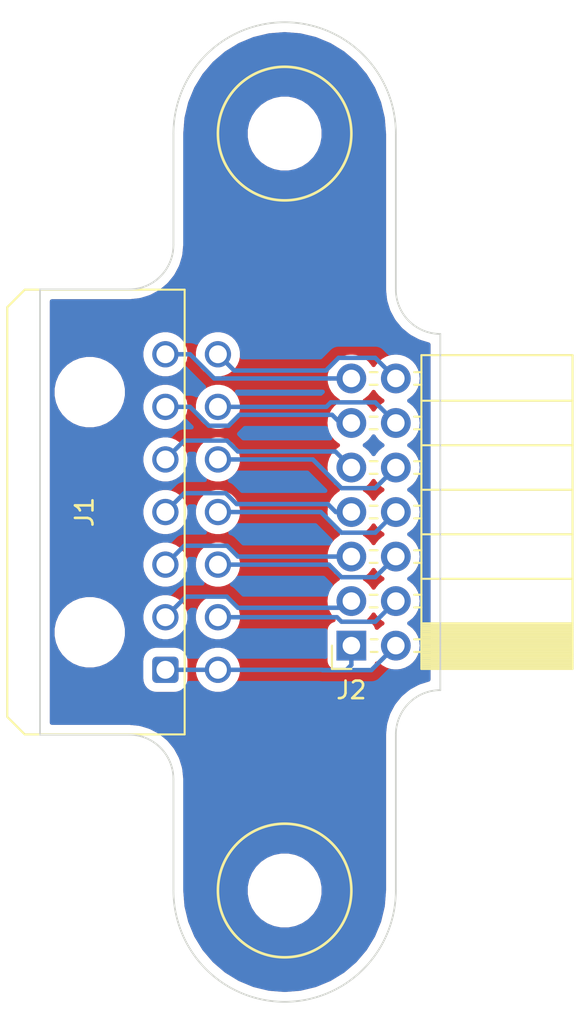
<source format=kicad_pcb>
(kicad_pcb (version 20171130) (host pcbnew 5.1.4-e60b266~84~ubuntu18.04.1)

  (general
    (thickness 1.6)
    (drawings 16)
    (tracks 69)
    (zones 0)
    (modules 4)
    (nets 14)
  )

  (page A4)
  (layers
    (0 F.Cu signal)
    (31 B.Cu signal)
    (32 B.Adhes user)
    (33 F.Adhes user)
    (34 B.Paste user)
    (35 F.Paste user)
    (36 B.SilkS user)
    (37 F.SilkS user)
    (38 B.Mask user)
    (39 F.Mask user)
    (40 Dwgs.User user)
    (41 Cmts.User user)
    (42 Eco1.User user)
    (43 Eco2.User user)
    (44 Edge.Cuts user)
    (45 Margin user)
    (46 B.CrtYd user)
    (47 F.CrtYd user)
    (48 B.Fab user)
    (49 F.Fab user)
  )

  (setup
    (last_trace_width 0.254)
    (user_trace_width 0.1524)
    (user_trace_width 0.254)
    (trace_clearance 0.2)
    (zone_clearance 0.508)
    (zone_45_only no)
    (trace_min 0.1524)
    (via_size 0.8)
    (via_drill 0.4)
    (via_min_size 0.31242)
    (via_min_drill 0.3)
    (user_via 0.61 0.3)
    (user_via 0.95 0.4)
    (uvia_size 0.3)
    (uvia_drill 0.1)
    (uvias_allowed no)
    (uvia_min_size 0.2)
    (uvia_min_drill 0.1)
    (edge_width 0.1)
    (segment_width 0.2)
    (pcb_text_width 0.3)
    (pcb_text_size 1.5 1.5)
    (mod_edge_width 0.15)
    (mod_text_size 1 1)
    (mod_text_width 0.15)
    (pad_size 1.524 1.524)
    (pad_drill 0.762)
    (pad_to_mask_clearance 0)
    (aux_axis_origin 0 0)
    (visible_elements FFFFFF7F)
    (pcbplotparams
      (layerselection 0x010fc_ffffffff)
      (usegerberextensions false)
      (usegerberattributes false)
      (usegerberadvancedattributes false)
      (creategerberjobfile false)
      (excludeedgelayer true)
      (linewidth 0.100000)
      (plotframeref false)
      (viasonmask false)
      (mode 1)
      (useauxorigin false)
      (hpglpennumber 1)
      (hpglpenspeed 20)
      (hpglpendiameter 15.000000)
      (psnegative false)
      (psa4output false)
      (plotreference true)
      (plotvalue true)
      (plotinvisibletext false)
      (padsonsilk false)
      (subtractmaskfromsilk false)
      (outputformat 1)
      (mirror false)
      (drillshape 1)
      (scaleselection 1)
      (outputdirectory ""))
  )

  (net 0 "")
  (net 1 /C0_in)
  (net 2 /C1_in)
  (net 3 /C3_in)
  (net 4 /C5_in)
  (net 5 /C7_in)
  (net 6 /C9_in)
  (net 7 /C11_in)
  (net 8 /C2_in)
  (net 9 /C4_in)
  (net 10 /C6_in)
  (net 11 /C8_in)
  (net 12 /C10_in)
  (net 13 /C12_in)

  (net_class Default "This is the default net class."
    (clearance 0.2)
    (trace_width 0.25)
    (via_dia 0.8)
    (via_drill 0.4)
    (uvia_dia 0.3)
    (uvia_drill 0.1)
    (add_net /C0_in)
    (add_net /C10_in)
    (add_net /C11_in)
    (add_net /C12_in)
    (add_net /C1_in)
    (add_net /C2_in)
    (add_net /C3_in)
    (add_net /C4_in)
    (add_net /C5_in)
    (add_net /C6_in)
    (add_net /C7_in)
    (add_net /C8_in)
    (add_net /C9_in)
  )

  (module Connector_Molex:Molex_Micro-Fit_3.0_43045-1400_2x07_P3.00mm_Horizontal (layer F.Cu) (tedit 5B799D96) (tstamp 5D8235BC)
    (at 126.54 106.79 90)
    (descr "Molex Micro-Fit 3.0 Connector System, 43045-1400 (compatible alternatives: 43045-1401, 43045-1402), 7 Pins per row (https://www.molex.com/pdm_docs/sd/430450200_sd.pdf), generated with kicad-footprint-generator")
    (tags "connector Molex Micro-Fit_3.0 top entry")
    (path /5D8103DA)
    (fp_text reference J1 (at 9 -4.62 90) (layer F.SilkS)
      (effects (font (size 1 1) (thickness 0.15)))
    )
    (fp_text value Molex (at 9 5.7 90) (layer F.Fab)
      (effects (font (size 1 1) (thickness 0.15)))
    )
    (fp_line (start -3.575 0.99) (end -3.575 -7.92) (layer F.Fab) (width 0.1))
    (fp_line (start -3.575 -7.92) (end -2.575 -8.92) (layer F.Fab) (width 0.1))
    (fp_line (start -2.575 -8.92) (end 20.575 -8.92) (layer F.Fab) (width 0.1))
    (fp_line (start 20.575 -8.92) (end 21.575 -7.92) (layer F.Fab) (width 0.1))
    (fp_line (start 21.575 -7.92) (end 21.575 0.99) (layer F.Fab) (width 0.1))
    (fp_line (start 21.575 0.99) (end -3.575 0.99) (layer F.Fab) (width 0.1))
    (fp_line (start -0.75 0.99) (end 0 0) (layer F.Fab) (width 0.1))
    (fp_line (start 0 0) (end 0.75 0.99) (layer F.Fab) (width 0.1))
    (fp_line (start -3.685 1.1) (end -3.685 -8.03) (layer F.SilkS) (width 0.12))
    (fp_line (start -3.685 -8.03) (end -2.685 -9.03) (layer F.SilkS) (width 0.12))
    (fp_line (start -2.685 -9.03) (end 20.685 -9.03) (layer F.SilkS) (width 0.12))
    (fp_line (start 20.685 -9.03) (end 21.685 -8.03) (layer F.SilkS) (width 0.12))
    (fp_line (start 21.685 -8.03) (end 21.685 1.1) (layer F.SilkS) (width 0.12))
    (fp_line (start 21.685 1.1) (end -3.685 1.1) (layer F.SilkS) (width 0.12))
    (fp_line (start -4.08 1.49) (end -4.08 -9.42) (layer F.CrtYd) (width 0.05))
    (fp_line (start -4.08 -9.42) (end 22.08 -9.42) (layer F.CrtYd) (width 0.05))
    (fp_line (start 22.08 -9.42) (end 22.08 1.49) (layer F.CrtYd) (width 0.05))
    (fp_line (start 22.08 1.49) (end 19.25 1.49) (layer F.CrtYd) (width 0.05))
    (fp_line (start 19.25 1.49) (end 19.25 4.25) (layer F.CrtYd) (width 0.05))
    (fp_line (start 19.25 4.25) (end -1.25 4.25) (layer F.CrtYd) (width 0.05))
    (fp_line (start -1.25 4.25) (end -1.25 1.49) (layer F.CrtYd) (width 0.05))
    (fp_line (start -1.25 1.49) (end -4.08 1.49) (layer F.CrtYd) (width 0.05))
    (fp_text user %R (at 9 -8.22 90) (layer F.Fab)
      (effects (font (size 1 1) (thickness 0.15)))
    )
    (pad "" np_thru_hole circle (at 2.14 -4.32 90) (size 3 3) (drill 3) (layers *.Cu *.Mask))
    (pad "" np_thru_hole circle (at 15.84 -4.32 90) (size 3 3) (drill 3) (layers *.Cu *.Mask))
    (pad 1 thru_hole roundrect (at 0 0 90) (size 1.5 1.5) (drill 1.02) (layers *.Cu *.Mask) (roundrect_rratio 0.166667)
      (net 1 /C0_in))
    (pad 2 thru_hole circle (at 3 0 90) (size 1.5 1.5) (drill 1.02) (layers *.Cu *.Mask)
      (net 2 /C1_in))
    (pad 3 thru_hole circle (at 6 0 90) (size 1.5 1.5) (drill 1.02) (layers *.Cu *.Mask)
      (net 3 /C3_in))
    (pad 4 thru_hole circle (at 9 0 90) (size 1.5 1.5) (drill 1.02) (layers *.Cu *.Mask)
      (net 4 /C5_in))
    (pad 5 thru_hole circle (at 12 0 90) (size 1.5 1.5) (drill 1.02) (layers *.Cu *.Mask)
      (net 5 /C7_in))
    (pad 6 thru_hole circle (at 15 0 90) (size 1.5 1.5) (drill 1.02) (layers *.Cu *.Mask)
      (net 6 /C9_in))
    (pad 7 thru_hole circle (at 18 0 90) (size 1.5 1.5) (drill 1.02) (layers *.Cu *.Mask)
      (net 7 /C11_in))
    (pad 8 thru_hole circle (at 0 3 90) (size 1.5 1.5) (drill 1.02) (layers *.Cu *.Mask)
      (net 1 /C0_in))
    (pad 9 thru_hole circle (at 3 3 90) (size 1.5 1.5) (drill 1.02) (layers *.Cu *.Mask)
      (net 8 /C2_in))
    (pad 10 thru_hole circle (at 6 3 90) (size 1.5 1.5) (drill 1.02) (layers *.Cu *.Mask)
      (net 9 /C4_in))
    (pad 11 thru_hole circle (at 9 3 90) (size 1.5 1.5) (drill 1.02) (layers *.Cu *.Mask)
      (net 10 /C6_in))
    (pad 12 thru_hole circle (at 12 3 90) (size 1.5 1.5) (drill 1.02) (layers *.Cu *.Mask)
      (net 11 /C8_in))
    (pad 13 thru_hole circle (at 15 3 90) (size 1.5 1.5) (drill 1.02) (layers *.Cu *.Mask)
      (net 12 /C10_in))
    (pad 14 thru_hole circle (at 18 3 90) (size 1.5 1.5) (drill 1.02) (layers *.Cu *.Mask)
      (net 13 /C12_in))
    (model ${KISYS3DMOD}/Connector_Molex.3dshapes/Molex_Micro-Fit_3.0_43045-1400_2x07_P3.00mm_Horizontal.wrl
      (at (xyz 0 0 0))
      (scale (xyz 1 1 1))
      (rotate (xyz 0 0 0))
    )
  )

  (module Connector_PinSocket_2.54mm:PinSocket_2x07_P2.54mm_Horizontal (layer F.Cu) (tedit 5A19A422) (tstamp 5D82362A)
    (at 137.16 105.41 180)
    (descr "Through hole angled socket strip, 2x07, 2.54mm pitch, 8.51mm socket length, double cols (from Kicad 4.0.7), script generated")
    (tags "Through hole angled socket strip THT 2x07 2.54mm double row")
    (path /5D80F9A6)
    (fp_text reference J2 (at 0 -2.54) (layer F.SilkS)
      (effects (font (size 1 1) (thickness 0.15)))
    )
    (fp_text value "IDC Female" (at -5.65 18.01) (layer F.Fab)
      (effects (font (size 1 1) (thickness 0.15)))
    )
    (fp_line (start -12.57 -1.27) (end -5.03 -1.27) (layer F.Fab) (width 0.1))
    (fp_line (start -5.03 -1.27) (end -4.06 -0.3) (layer F.Fab) (width 0.1))
    (fp_line (start -4.06 -0.3) (end -4.06 16.51) (layer F.Fab) (width 0.1))
    (fp_line (start -4.06 16.51) (end -12.57 16.51) (layer F.Fab) (width 0.1))
    (fp_line (start -12.57 16.51) (end -12.57 -1.27) (layer F.Fab) (width 0.1))
    (fp_line (start 0 -0.3) (end -4.06 -0.3) (layer F.Fab) (width 0.1))
    (fp_line (start -4.06 0.3) (end 0 0.3) (layer F.Fab) (width 0.1))
    (fp_line (start 0 0.3) (end 0 -0.3) (layer F.Fab) (width 0.1))
    (fp_line (start 0 2.24) (end -4.06 2.24) (layer F.Fab) (width 0.1))
    (fp_line (start -4.06 2.84) (end 0 2.84) (layer F.Fab) (width 0.1))
    (fp_line (start 0 2.84) (end 0 2.24) (layer F.Fab) (width 0.1))
    (fp_line (start 0 4.78) (end -4.06 4.78) (layer F.Fab) (width 0.1))
    (fp_line (start -4.06 5.38) (end 0 5.38) (layer F.Fab) (width 0.1))
    (fp_line (start 0 5.38) (end 0 4.78) (layer F.Fab) (width 0.1))
    (fp_line (start 0 7.32) (end -4.06 7.32) (layer F.Fab) (width 0.1))
    (fp_line (start -4.06 7.92) (end 0 7.92) (layer F.Fab) (width 0.1))
    (fp_line (start 0 7.92) (end 0 7.32) (layer F.Fab) (width 0.1))
    (fp_line (start 0 9.86) (end -4.06 9.86) (layer F.Fab) (width 0.1))
    (fp_line (start -4.06 10.46) (end 0 10.46) (layer F.Fab) (width 0.1))
    (fp_line (start 0 10.46) (end 0 9.86) (layer F.Fab) (width 0.1))
    (fp_line (start 0 12.4) (end -4.06 12.4) (layer F.Fab) (width 0.1))
    (fp_line (start -4.06 13) (end 0 13) (layer F.Fab) (width 0.1))
    (fp_line (start 0 13) (end 0 12.4) (layer F.Fab) (width 0.1))
    (fp_line (start 0 14.94) (end -4.06 14.94) (layer F.Fab) (width 0.1))
    (fp_line (start -4.06 15.54) (end 0 15.54) (layer F.Fab) (width 0.1))
    (fp_line (start 0 15.54) (end 0 14.94) (layer F.Fab) (width 0.1))
    (fp_line (start -12.63 -1.21) (end -4 -1.21) (layer F.SilkS) (width 0.12))
    (fp_line (start -12.63 -1.091905) (end -4 -1.091905) (layer F.SilkS) (width 0.12))
    (fp_line (start -12.63 -0.97381) (end -4 -0.97381) (layer F.SilkS) (width 0.12))
    (fp_line (start -12.63 -0.855715) (end -4 -0.855715) (layer F.SilkS) (width 0.12))
    (fp_line (start -12.63 -0.73762) (end -4 -0.73762) (layer F.SilkS) (width 0.12))
    (fp_line (start -12.63 -0.619525) (end -4 -0.619525) (layer F.SilkS) (width 0.12))
    (fp_line (start -12.63 -0.50143) (end -4 -0.50143) (layer F.SilkS) (width 0.12))
    (fp_line (start -12.63 -0.383335) (end -4 -0.383335) (layer F.SilkS) (width 0.12))
    (fp_line (start -12.63 -0.26524) (end -4 -0.26524) (layer F.SilkS) (width 0.12))
    (fp_line (start -12.63 -0.147145) (end -4 -0.147145) (layer F.SilkS) (width 0.12))
    (fp_line (start -12.63 -0.02905) (end -4 -0.02905) (layer F.SilkS) (width 0.12))
    (fp_line (start -12.63 0.089045) (end -4 0.089045) (layer F.SilkS) (width 0.12))
    (fp_line (start -12.63 0.20714) (end -4 0.20714) (layer F.SilkS) (width 0.12))
    (fp_line (start -12.63 0.325235) (end -4 0.325235) (layer F.SilkS) (width 0.12))
    (fp_line (start -12.63 0.44333) (end -4 0.44333) (layer F.SilkS) (width 0.12))
    (fp_line (start -12.63 0.561425) (end -4 0.561425) (layer F.SilkS) (width 0.12))
    (fp_line (start -12.63 0.67952) (end -4 0.67952) (layer F.SilkS) (width 0.12))
    (fp_line (start -12.63 0.797615) (end -4 0.797615) (layer F.SilkS) (width 0.12))
    (fp_line (start -12.63 0.91571) (end -4 0.91571) (layer F.SilkS) (width 0.12))
    (fp_line (start -12.63 1.033805) (end -4 1.033805) (layer F.SilkS) (width 0.12))
    (fp_line (start -12.63 1.1519) (end -4 1.1519) (layer F.SilkS) (width 0.12))
    (fp_line (start -4 -0.36) (end -3.59 -0.36) (layer F.SilkS) (width 0.12))
    (fp_line (start -1.49 -0.36) (end -1.11 -0.36) (layer F.SilkS) (width 0.12))
    (fp_line (start -4 0.36) (end -3.59 0.36) (layer F.SilkS) (width 0.12))
    (fp_line (start -1.49 0.36) (end -1.11 0.36) (layer F.SilkS) (width 0.12))
    (fp_line (start -4 2.18) (end -3.59 2.18) (layer F.SilkS) (width 0.12))
    (fp_line (start -1.49 2.18) (end -1.05 2.18) (layer F.SilkS) (width 0.12))
    (fp_line (start -4 2.9) (end -3.59 2.9) (layer F.SilkS) (width 0.12))
    (fp_line (start -1.49 2.9) (end -1.05 2.9) (layer F.SilkS) (width 0.12))
    (fp_line (start -4 4.72) (end -3.59 4.72) (layer F.SilkS) (width 0.12))
    (fp_line (start -1.49 4.72) (end -1.05 4.72) (layer F.SilkS) (width 0.12))
    (fp_line (start -4 5.44) (end -3.59 5.44) (layer F.SilkS) (width 0.12))
    (fp_line (start -1.49 5.44) (end -1.05 5.44) (layer F.SilkS) (width 0.12))
    (fp_line (start -4 7.26) (end -3.59 7.26) (layer F.SilkS) (width 0.12))
    (fp_line (start -1.49 7.26) (end -1.05 7.26) (layer F.SilkS) (width 0.12))
    (fp_line (start -4 7.98) (end -3.59 7.98) (layer F.SilkS) (width 0.12))
    (fp_line (start -1.49 7.98) (end -1.05 7.98) (layer F.SilkS) (width 0.12))
    (fp_line (start -4 9.8) (end -3.59 9.8) (layer F.SilkS) (width 0.12))
    (fp_line (start -1.49 9.8) (end -1.05 9.8) (layer F.SilkS) (width 0.12))
    (fp_line (start -4 10.52) (end -3.59 10.52) (layer F.SilkS) (width 0.12))
    (fp_line (start -1.49 10.52) (end -1.05 10.52) (layer F.SilkS) (width 0.12))
    (fp_line (start -4 12.34) (end -3.59 12.34) (layer F.SilkS) (width 0.12))
    (fp_line (start -1.49 12.34) (end -1.05 12.34) (layer F.SilkS) (width 0.12))
    (fp_line (start -4 13.06) (end -3.59 13.06) (layer F.SilkS) (width 0.12))
    (fp_line (start -1.49 13.06) (end -1.05 13.06) (layer F.SilkS) (width 0.12))
    (fp_line (start -4 14.88) (end -3.59 14.88) (layer F.SilkS) (width 0.12))
    (fp_line (start -1.49 14.88) (end -1.05 14.88) (layer F.SilkS) (width 0.12))
    (fp_line (start -4 15.6) (end -3.59 15.6) (layer F.SilkS) (width 0.12))
    (fp_line (start -1.49 15.6) (end -1.05 15.6) (layer F.SilkS) (width 0.12))
    (fp_line (start -12.63 1.27) (end -4 1.27) (layer F.SilkS) (width 0.12))
    (fp_line (start -12.63 3.81) (end -4 3.81) (layer F.SilkS) (width 0.12))
    (fp_line (start -12.63 6.35) (end -4 6.35) (layer F.SilkS) (width 0.12))
    (fp_line (start -12.63 8.89) (end -4 8.89) (layer F.SilkS) (width 0.12))
    (fp_line (start -12.63 11.43) (end -4 11.43) (layer F.SilkS) (width 0.12))
    (fp_line (start -12.63 13.97) (end -4 13.97) (layer F.SilkS) (width 0.12))
    (fp_line (start -12.63 -1.33) (end -4 -1.33) (layer F.SilkS) (width 0.12))
    (fp_line (start -4 -1.33) (end -4 16.57) (layer F.SilkS) (width 0.12))
    (fp_line (start -12.63 16.57) (end -4 16.57) (layer F.SilkS) (width 0.12))
    (fp_line (start -12.63 -1.33) (end -12.63 16.57) (layer F.SilkS) (width 0.12))
    (fp_line (start 1.11 -1.33) (end 1.11 0) (layer F.SilkS) (width 0.12))
    (fp_line (start 0 -1.33) (end 1.11 -1.33) (layer F.SilkS) (width 0.12))
    (fp_line (start 1.8 -1.75) (end -13.05 -1.75) (layer F.CrtYd) (width 0.05))
    (fp_line (start -13.05 -1.75) (end -13.05 17.05) (layer F.CrtYd) (width 0.05))
    (fp_line (start -13.05 17.05) (end 1.8 17.05) (layer F.CrtYd) (width 0.05))
    (fp_line (start 1.8 17.05) (end 1.8 -1.75) (layer F.CrtYd) (width 0.05))
    (fp_text user %R (at -8.315 7.62 90) (layer F.Fab)
      (effects (font (size 1 1) (thickness 0.15)))
    )
    (pad 1 thru_hole rect (at 0 0 180) (size 1.7 1.7) (drill 1) (layers *.Cu *.Mask)
      (net 1 /C0_in))
    (pad 2 thru_hole oval (at -2.54 0 180) (size 1.7 1.7) (drill 1) (layers *.Cu *.Mask)
      (net 1 /C0_in))
    (pad 3 thru_hole oval (at 0 2.54 180) (size 1.7 1.7) (drill 1) (layers *.Cu *.Mask)
      (net 2 /C1_in))
    (pad 4 thru_hole oval (at -2.54 2.54 180) (size 1.7 1.7) (drill 1) (layers *.Cu *.Mask)
      (net 8 /C2_in))
    (pad 5 thru_hole oval (at 0 5.08 180) (size 1.7 1.7) (drill 1) (layers *.Cu *.Mask)
      (net 3 /C3_in))
    (pad 6 thru_hole oval (at -2.54 5.08 180) (size 1.7 1.7) (drill 1) (layers *.Cu *.Mask)
      (net 9 /C4_in))
    (pad 7 thru_hole oval (at 0 7.62 180) (size 1.7 1.7) (drill 1) (layers *.Cu *.Mask)
      (net 4 /C5_in))
    (pad 8 thru_hole oval (at -2.54 7.62 180) (size 1.7 1.7) (drill 1) (layers *.Cu *.Mask)
      (net 10 /C6_in))
    (pad 9 thru_hole oval (at 0 10.16 180) (size 1.7 1.7) (drill 1) (layers *.Cu *.Mask)
      (net 5 /C7_in))
    (pad 10 thru_hole oval (at -2.54 10.16 180) (size 1.7 1.7) (drill 1) (layers *.Cu *.Mask)
      (net 11 /C8_in))
    (pad 11 thru_hole oval (at 0 12.7 180) (size 1.7 1.7) (drill 1) (layers *.Cu *.Mask)
      (net 6 /C9_in))
    (pad 12 thru_hole oval (at -2.54 12.7 180) (size 1.7 1.7) (drill 1) (layers *.Cu *.Mask)
      (net 12 /C10_in))
    (pad 13 thru_hole oval (at 0 15.24 180) (size 1.7 1.7) (drill 1) (layers *.Cu *.Mask)
      (net 7 /C11_in))
    (pad 14 thru_hole oval (at -2.54 15.24 180) (size 1.7 1.7) (drill 1) (layers *.Cu *.Mask)
      (net 13 /C12_in))
    (model ${KISYS3DMOD}/Connector_PinSocket_2.54mm.3dshapes/PinSocket_2x07_P2.54mm_Horizontal.wrl
      (at (xyz 0 0 0))
      (scale (xyz 1 1 1))
      (rotate (xyz 0 0 0))
    )
  )

  (module MountingHole:MountingHole_3.2mm_M3 (layer F.Cu) (tedit 56D1B4CB) (tstamp 5D8287C5)
    (at 133.35 119.38)
    (descr "Mounting Hole 3.2mm, no annular, M3")
    (tags "mounting hole 3.2mm no annular m3")
    (path /5D8241B2)
    (attr virtual)
    (fp_text reference H1 (at 0 -5.08) (layer F.SilkS) hide
      (effects (font (size 1 1) (thickness 0.15)))
    )
    (fp_text value MountingHole (at 0 4.2) (layer F.Fab)
      (effects (font (size 1 1) (thickness 0.15)))
    )
    (fp_text user %R (at 0.3 0) (layer F.Fab)
      (effects (font (size 1 1) (thickness 0.15)))
    )
    (fp_circle (center 0 0) (end 3.2 0) (layer Cmts.User) (width 0.15))
    (fp_circle (center 0 0) (end 3.45 0) (layer F.CrtYd) (width 0.05))
    (pad 1 np_thru_hole circle (at 0 0) (size 3.2 3.2) (drill 3.2) (layers *.Cu *.Mask))
  )

  (module MountingHole:MountingHole_3.2mm_M3 (layer F.Cu) (tedit 56D1B4CB) (tstamp 5D828701)
    (at 133.35 76.2)
    (descr "Mounting Hole 3.2mm, no annular, M3")
    (tags "mounting hole 3.2mm no annular m3")
    (path /5D82454C)
    (attr virtual)
    (fp_text reference H2 (at 0 -5.08) (layer F.SilkS) hide
      (effects (font (size 1 1) (thickness 0.15)))
    )
    (fp_text value MountingHole (at 0 4.2) (layer F.Fab)
      (effects (font (size 1 1) (thickness 0.15)))
    )
    (fp_circle (center 0 0) (end 3.45 0) (layer F.CrtYd) (width 0.05))
    (fp_circle (center 0 0) (end 3.2 0) (layer Cmts.User) (width 0.15))
    (fp_text user %R (at 0.3 0) (layer F.Fab)
      (effects (font (size 1 1) (thickness 0.15)))
    )
    (pad 1 np_thru_hole circle (at 0 0) (size 3.2 3.2) (drill 3.2) (layers *.Cu *.Mask))
  )

  (gr_arc (start 124.46 82.55) (end 124.46 85.09) (angle -90) (layer Edge.Cuts) (width 0.1))
  (gr_arc (start 142.24 85.09) (end 139.7 85.09) (angle -90) (layer Edge.Cuts) (width 0.1))
  (gr_arc (start 142.24 110.49) (end 142.24 107.95) (angle -90) (layer Edge.Cuts) (width 0.1))
  (gr_arc (start 124.46 113.03) (end 127 113.03) (angle -90) (layer Edge.Cuts) (width 0.1))
  (gr_arc (start 133.35 119.38) (end 127 119.38) (angle -180) (layer Edge.Cuts) (width 0.1))
  (gr_arc (start 133.35 76.2) (end 139.7 76.2) (angle -180) (layer Edge.Cuts) (width 0.1))
  (gr_circle (center 133.35 76.2) (end 137.16 76.2) (layer F.SilkS) (width 0.15))
  (gr_circle (center 133.35 119.38) (end 137.16 119.38) (layer F.SilkS) (width 0.15))
  (gr_line (start 119.38 110.49) (end 119.38 85.09) (layer Edge.Cuts) (width 0.1) (tstamp 5D828545))
  (gr_line (start 124.46 110.49) (end 119.38 110.49) (layer Edge.Cuts) (width 0.1))
  (gr_line (start 127 119.38) (end 127 113.03) (layer Edge.Cuts) (width 0.1))
  (gr_line (start 142.24 107.95) (end 142.24 87.63) (layer Edge.Cuts) (width 0.1))
  (gr_line (start 139.7 110.49) (end 139.7 119.38) (layer Edge.Cuts) (width 0.1))
  (gr_line (start 139.7 76.2) (end 139.7 85.09) (layer Edge.Cuts) (width 0.1))
  (gr_line (start 127 82.55) (end 127 76.2) (layer Edge.Cuts) (width 0.1))
  (gr_line (start 119.38 85.09) (end 124.46 85.09) (layer Edge.Cuts) (width 0.1))

  (segment (start 126.54 106.79) (end 129.54 106.79) (width 0.254) (layer B.Cu) (net 1))
  (segment (start 138.303 106.807) (end 139.7 105.41) (width 0.254) (layer B.Cu) (net 1))
  (segment (start 137.16 106.514) (end 136.867 106.807) (width 0.254) (layer B.Cu) (net 1))
  (segment (start 136.867 106.807) (end 135.509 106.807) (width 0.254) (layer B.Cu) (net 1))
  (segment (start 137.16 105.41) (end 137.16 106.514) (width 0.254) (layer B.Cu) (net 1))
  (segment (start 135.509 106.807) (end 138.303 106.807) (width 0.254) (layer B.Cu) (net 1))
  (segment (start 135.492 106.79) (end 135.509 106.807) (width 0.254) (layer B.Cu) (net 1))
  (segment (start 129.54 106.79) (end 135.492 106.79) (width 0.254) (layer B.Cu) (net 1))
  (segment (start 130.048 102.616) (end 130.683 103.251) (width 0.254) (layer B.Cu) (net 2))
  (segment (start 136.779 103.251) (end 137.16 102.87) (width 0.254) (layer B.Cu) (net 2))
  (segment (start 126.54 103.79) (end 127.714 102.616) (width 0.254) (layer B.Cu) (net 2))
  (segment (start 130.683 103.251) (end 136.779 103.251) (width 0.254) (layer B.Cu) (net 2))
  (segment (start 127.714 102.616) (end 130.048 102.616) (width 0.254) (layer B.Cu) (net 2))
  (segment (start 130.683 100.33) (end 137.16 100.33) (width 0.254) (layer B.Cu) (net 3))
  (segment (start 130.065999 99.712999) (end 130.683 100.33) (width 0.254) (layer B.Cu) (net 3))
  (segment (start 126.54 100.79) (end 127.617001 99.712999) (width 0.254) (layer B.Cu) (net 3))
  (segment (start 127.617001 99.712999) (end 130.065999 99.712999) (width 0.254) (layer B.Cu) (net 3))
  (segment (start 136.271 97.79) (end 137.16 97.79) (width 0.254) (layer B.Cu) (net 4))
  (segment (start 135.81699 97.33599) (end 136.271 97.79) (width 0.254) (layer B.Cu) (net 4))
  (segment (start 130.60999 97.33599) (end 135.81699 97.33599) (width 0.254) (layer B.Cu) (net 4))
  (segment (start 126.54 97.79) (end 127.617001 96.712999) (width 0.254) (layer B.Cu) (net 4))
  (segment (start 129.986999 96.712999) (end 130.60999 97.33599) (width 0.254) (layer B.Cu) (net 4))
  (segment (start 127.617001 96.712999) (end 129.986999 96.712999) (width 0.254) (layer B.Cu) (net 4))
  (segment (start 130.679952 94.33599) (end 136.24599 94.33599) (width 0.254) (layer B.Cu) (net 5))
  (segment (start 136.24599 94.33599) (end 137.16 95.25) (width 0.254) (layer B.Cu) (net 5))
  (segment (start 130.056961 93.712999) (end 130.679952 94.33599) (width 0.254) (layer B.Cu) (net 5))
  (segment (start 126.54 94.79) (end 127.617001 93.712999) (width 0.254) (layer B.Cu) (net 5))
  (segment (start 127.617001 93.712999) (end 130.056961 93.712999) (width 0.254) (layer B.Cu) (net 5))
  (segment (start 127.946038 91.79) (end 126.54 91.79) (width 0.254) (layer B.Cu) (net 6))
  (segment (start 136.525 92.71) (end 136.05901 92.24401) (width 0.254) (layer B.Cu) (net 6))
  (segment (start 137.16 92.71) (end 136.525 92.71) (width 0.254) (layer B.Cu) (net 6))
  (segment (start 130.144999 92.867001) (end 129.023039 92.867001) (width 0.254) (layer B.Cu) (net 6))
  (segment (start 136.05901 92.24401) (end 130.76799 92.24401) (width 0.254) (layer B.Cu) (net 6))
  (segment (start 130.76799 92.24401) (end 130.144999 92.867001) (width 0.254) (layer B.Cu) (net 6))
  (segment (start 129.023039 92.867001) (end 127.946038 91.79) (width 0.254) (layer B.Cu) (net 6))
  (segment (start 129.326038 90.17) (end 135.957919 90.17) (width 0.254) (layer B.Cu) (net 7))
  (segment (start 127.946038 88.79) (end 129.326038 90.17) (width 0.254) (layer B.Cu) (net 7))
  (segment (start 135.957919 90.17) (end 137.16 90.17) (width 0.254) (layer B.Cu) (net 7))
  (segment (start 126.54 88.79) (end 127.946038 88.79) (width 0.254) (layer B.Cu) (net 7))
  (segment (start 138.522999 104.047001) (end 138.850001 103.719999) (width 0.254) (layer B.Cu) (net 8))
  (segment (start 138.850001 103.719999) (end 139.7 102.87) (width 0.254) (layer B.Cu) (net 8))
  (segment (start 136.595039 104.047001) (end 138.522999 104.047001) (width 0.254) (layer B.Cu) (net 8))
  (segment (start 136.338038 103.79) (end 136.595039 104.047001) (width 0.254) (layer B.Cu) (net 8))
  (segment (start 129.54 103.79) (end 136.338038 103.79) (width 0.254) (layer B.Cu) (net 8))
  (segment (start 136.595039 101.507001) (end 138.522999 101.507001) (width 0.254) (layer B.Cu) (net 9))
  (segment (start 138.850001 101.179999) (end 139.7 100.33) (width 0.254) (layer B.Cu) (net 9))
  (segment (start 135.878038 100.79) (end 136.595039 101.507001) (width 0.254) (layer B.Cu) (net 9))
  (segment (start 138.522999 101.507001) (end 138.850001 101.179999) (width 0.254) (layer B.Cu) (net 9))
  (segment (start 129.54 100.79) (end 135.878038 100.79) (width 0.254) (layer B.Cu) (net 9))
  (segment (start 138.850001 98.639999) (end 139.7 97.79) (width 0.254) (layer B.Cu) (net 10))
  (segment (start 138.522999 98.967001) (end 138.850001 98.639999) (width 0.254) (layer B.Cu) (net 10))
  (segment (start 136.595039 98.967001) (end 138.522999 98.967001) (width 0.254) (layer B.Cu) (net 10))
  (segment (start 135.418038 97.79) (end 136.595039 98.967001) (width 0.254) (layer B.Cu) (net 10))
  (segment (start 129.54 97.79) (end 135.418038 97.79) (width 0.254) (layer B.Cu) (net 10))
  (segment (start 138.850001 96.099999) (end 139.7 95.25) (width 0.254) (layer B.Cu) (net 11))
  (segment (start 136.595039 96.427001) (end 138.522999 96.427001) (width 0.254) (layer B.Cu) (net 11))
  (segment (start 138.522999 96.427001) (end 138.850001 96.099999) (width 0.254) (layer B.Cu) (net 11))
  (segment (start 134.958038 94.79) (end 136.595039 96.427001) (width 0.254) (layer B.Cu) (net 11))
  (segment (start 129.54 94.79) (end 134.958038 94.79) (width 0.254) (layer B.Cu) (net 11))
  (segment (start 129.54 91.79) (end 135.732 91.79) (width 0.254) (layer B.Cu) (net 12))
  (segment (start 138.850001 91.860001) (end 139.7 92.71) (width 0.254) (layer B.Cu) (net 12))
  (segment (start 138.522999 91.532999) (end 138.850001 91.860001) (width 0.254) (layer B.Cu) (net 12))
  (segment (start 135.989001 91.532999) (end 138.522999 91.532999) (width 0.254) (layer B.Cu) (net 12))
  (segment (start 135.732 91.79) (end 135.989001 91.532999) (width 0.254) (layer B.Cu) (net 12))
  (segment (start 138.522999 88.992999) (end 139.7 90.17) (width 0.254) (layer B.Cu) (net 13))
  (segment (start 136.432001 88.992999) (end 138.522999 88.992999) (width 0.254) (layer B.Cu) (net 13))
  (segment (start 135.70901 89.71599) (end 136.432001 88.992999) (width 0.254) (layer B.Cu) (net 13))
  (segment (start 129.54 88.79) (end 130.46599 89.71599) (width 0.254) (layer B.Cu) (net 13))
  (segment (start 130.46599 89.71599) (end 135.70901 89.71599) (width 0.254) (layer B.Cu) (net 13))

  (zone (net 0) (net_name "") (layer F.Cu) (tstamp 0) (hatch edge 0.508)
    (connect_pads (clearance 0.508))
    (min_thickness 0.254)
    (fill yes (arc_segments 32) (thermal_gap 0.508) (thermal_bridge_width 0.508))
    (polygon
      (pts
        (xy 118.11 68.58) (xy 143.51 68.58) (xy 143.51 127) (xy 118.11 127)
      )
    )
    (filled_polygon
      (pts
        (xy 134.23587 70.606837) (xy 135.099927 70.814279) (xy 135.920891 71.154334) (xy 136.678559 71.618633) (xy 137.354262 72.195738)
        (xy 137.931367 72.871441) (xy 138.395666 73.629107) (xy 138.735721 74.450072) (xy 138.943163 75.314136) (xy 139.015 76.22691)
        (xy 139.015001 85.123647) (xy 139.017991 85.154009) (xy 139.017881 85.169815) (xy 139.018814 85.179334) (xy 139.070632 85.67234)
        (xy 139.083109 85.733121) (xy 139.094749 85.794142) (xy 139.097513 85.803298) (xy 139.244103 86.276851) (xy 139.268167 86.334097)
        (xy 139.291419 86.391648) (xy 139.295907 86.400089) (xy 139.295909 86.400094) (xy 139.295912 86.400098) (xy 139.531686 86.836153)
        (xy 139.566398 86.887616) (xy 139.600398 86.939573) (xy 139.606443 86.946985) (xy 139.922427 87.328945) (xy 139.9665 87.372712)
        (xy 140.00992 87.41705) (xy 140.017289 87.423147) (xy 140.401445 87.736457) (xy 140.453148 87.770808) (xy 140.504384 87.80589)
        (xy 140.512797 87.810439) (xy 140.950493 88.043166) (xy 141.007882 88.06682) (xy 141.064958 88.091283) (xy 141.074095 88.094111)
        (xy 141.548659 88.23739) (xy 141.555001 88.238646) (xy 141.555 107.341097) (xy 141.535858 107.344749) (xy 141.526702 107.347513)
        (xy 141.05315 107.494102) (xy 140.995896 107.51817) (xy 140.938352 107.541419) (xy 140.929907 107.545909) (xy 140.493847 107.781686)
        (xy 140.442384 107.816398) (xy 140.390427 107.850398) (xy 140.383015 107.856443) (xy 140.001055 108.172427) (xy 139.957308 108.216481)
        (xy 139.91295 108.259919) (xy 139.906853 108.267289) (xy 139.593543 108.651445) (xy 139.559192 108.703148) (xy 139.52411 108.754384)
        (xy 139.519561 108.762797) (xy 139.286834 109.200493) (xy 139.263171 109.257903) (xy 139.238718 109.314958) (xy 139.235889 109.324094)
        (xy 139.09261 109.798659) (xy 139.080548 109.859577) (xy 139.067643 109.920289) (xy 139.066643 109.9298) (xy 139.018269 110.423156)
        (xy 139.018269 110.423164) (xy 139.015 110.456354) (xy 139.015001 119.353078) (xy 138.943163 120.265864) (xy 138.735721 121.129928)
        (xy 138.395666 121.950893) (xy 137.931367 122.708559) (xy 137.354262 123.384262) (xy 136.678559 123.961367) (xy 135.920891 124.425666)
        (xy 135.099927 124.765721) (xy 134.23587 124.973163) (xy 133.35 125.042882) (xy 132.464136 124.973163) (xy 131.600072 124.765721)
        (xy 130.779107 124.425666) (xy 130.021441 123.961367) (xy 129.345738 123.384262) (xy 128.768633 122.708559) (xy 128.304334 121.950891)
        (xy 127.964279 121.129927) (xy 127.756837 120.26587) (xy 127.685 119.353092) (xy 127.685 119.159872) (xy 131.115 119.159872)
        (xy 131.115 119.600128) (xy 131.20089 120.031925) (xy 131.369369 120.438669) (xy 131.613962 120.804729) (xy 131.925271 121.116038)
        (xy 132.291331 121.360631) (xy 132.698075 121.52911) (xy 133.129872 121.615) (xy 133.570128 121.615) (xy 134.001925 121.52911)
        (xy 134.408669 121.360631) (xy 134.774729 121.116038) (xy 135.086038 120.804729) (xy 135.330631 120.438669) (xy 135.49911 120.031925)
        (xy 135.585 119.600128) (xy 135.585 119.159872) (xy 135.49911 118.728075) (xy 135.330631 118.321331) (xy 135.086038 117.955271)
        (xy 134.774729 117.643962) (xy 134.408669 117.399369) (xy 134.001925 117.23089) (xy 133.570128 117.145) (xy 133.129872 117.145)
        (xy 132.698075 117.23089) (xy 132.291331 117.399369) (xy 131.925271 117.643962) (xy 131.613962 117.955271) (xy 131.369369 118.321331)
        (xy 131.20089 118.728075) (xy 131.115 119.159872) (xy 127.685 119.159872) (xy 127.685 112.996353) (xy 127.682009 112.965982)
        (xy 127.682119 112.950185) (xy 127.681186 112.940666) (xy 127.629369 112.44766) (xy 127.616886 112.386849) (xy 127.605251 112.325858)
        (xy 127.602487 112.316702) (xy 127.455898 111.84315) (xy 127.43183 111.785896) (xy 127.408581 111.728352) (xy 127.404091 111.719907)
        (xy 127.168314 111.283847) (xy 127.133602 111.232384) (xy 127.099602 111.180427) (xy 127.093557 111.173015) (xy 126.777573 110.791055)
        (xy 126.733519 110.747308) (xy 126.690081 110.70295) (xy 126.682711 110.696853) (xy 126.298555 110.383543) (xy 126.246852 110.349192)
        (xy 126.195616 110.31411) (xy 126.187203 110.309561) (xy 125.749507 110.076834) (xy 125.692097 110.053171) (xy 125.635042 110.028718)
        (xy 125.625906 110.025889) (xy 125.151341 109.88261) (xy 125.090423 109.870548) (xy 125.029711 109.857643) (xy 125.0202 109.856643)
        (xy 124.526844 109.808269) (xy 124.526837 109.808269) (xy 124.493647 109.805) (xy 120.065 109.805) (xy 120.065 104.439721)
        (xy 120.085 104.439721) (xy 120.085 104.860279) (xy 120.167047 105.272756) (xy 120.327988 105.661302) (xy 120.561637 106.010983)
        (xy 120.859017 106.308363) (xy 121.208698 106.542012) (xy 121.597244 106.702953) (xy 122.009721 106.785) (xy 122.430279 106.785)
        (xy 122.842756 106.702953) (xy 123.231302 106.542012) (xy 123.580983 106.308363) (xy 123.599346 106.29) (xy 125.151928 106.29)
        (xy 125.151928 107.29) (xy 125.168992 107.463254) (xy 125.219528 107.62985) (xy 125.301595 107.783386) (xy 125.412038 107.917962)
        (xy 125.546614 108.028405) (xy 125.70015 108.110472) (xy 125.866746 108.161008) (xy 126.04 108.178072) (xy 127.04 108.178072)
        (xy 127.213254 108.161008) (xy 127.37985 108.110472) (xy 127.533386 108.028405) (xy 127.667962 107.917962) (xy 127.778405 107.783386)
        (xy 127.860472 107.62985) (xy 127.911008 107.463254) (xy 127.928072 107.29) (xy 127.928072 106.653589) (xy 128.155 106.653589)
        (xy 128.155 106.926411) (xy 128.208225 107.193989) (xy 128.312629 107.446043) (xy 128.464201 107.672886) (xy 128.657114 107.865799)
        (xy 128.883957 108.017371) (xy 129.136011 108.121775) (xy 129.403589 108.175) (xy 129.676411 108.175) (xy 129.943989 108.121775)
        (xy 130.196043 108.017371) (xy 130.422886 107.865799) (xy 130.615799 107.672886) (xy 130.767371 107.446043) (xy 130.871775 107.193989)
        (xy 130.925 106.926411) (xy 130.925 106.653589) (xy 130.871775 106.386011) (xy 130.767371 106.133957) (xy 130.615799 105.907114)
        (xy 130.422886 105.714201) (xy 130.196043 105.562629) (xy 129.943989 105.458225) (xy 129.676411 105.405) (xy 129.403589 105.405)
        (xy 129.136011 105.458225) (xy 128.883957 105.562629) (xy 128.657114 105.714201) (xy 128.464201 105.907114) (xy 128.312629 106.133957)
        (xy 128.208225 106.386011) (xy 128.155 106.653589) (xy 127.928072 106.653589) (xy 127.928072 106.29) (xy 127.911008 106.116746)
        (xy 127.860472 105.95015) (xy 127.778405 105.796614) (xy 127.667962 105.662038) (xy 127.533386 105.551595) (xy 127.37985 105.469528)
        (xy 127.213254 105.418992) (xy 127.04 105.401928) (xy 126.04 105.401928) (xy 125.866746 105.418992) (xy 125.70015 105.469528)
        (xy 125.546614 105.551595) (xy 125.412038 105.662038) (xy 125.301595 105.796614) (xy 125.219528 105.95015) (xy 125.168992 106.116746)
        (xy 125.151928 106.29) (xy 123.599346 106.29) (xy 123.878363 106.010983) (xy 124.112012 105.661302) (xy 124.272953 105.272756)
        (xy 124.355 104.860279) (xy 124.355 104.439721) (xy 124.272953 104.027244) (xy 124.118181 103.653589) (xy 125.155 103.653589)
        (xy 125.155 103.926411) (xy 125.208225 104.193989) (xy 125.312629 104.446043) (xy 125.464201 104.672886) (xy 125.657114 104.865799)
        (xy 125.883957 105.017371) (xy 126.136011 105.121775) (xy 126.403589 105.175) (xy 126.676411 105.175) (xy 126.943989 105.121775)
        (xy 127.196043 105.017371) (xy 127.422886 104.865799) (xy 127.615799 104.672886) (xy 127.767371 104.446043) (xy 127.871775 104.193989)
        (xy 127.925 103.926411) (xy 127.925 103.653589) (xy 128.155 103.653589) (xy 128.155 103.926411) (xy 128.208225 104.193989)
        (xy 128.312629 104.446043) (xy 128.464201 104.672886) (xy 128.657114 104.865799) (xy 128.883957 105.017371) (xy 129.136011 105.121775)
        (xy 129.403589 105.175) (xy 129.676411 105.175) (xy 129.943989 105.121775) (xy 130.196043 105.017371) (xy 130.422886 104.865799)
        (xy 130.615799 104.672886) (xy 130.767371 104.446043) (xy 130.871775 104.193989) (xy 130.925 103.926411) (xy 130.925 103.653589)
        (xy 130.871775 103.386011) (xy 130.767371 103.133957) (xy 130.615799 102.907114) (xy 130.422886 102.714201) (xy 130.196043 102.562629)
        (xy 129.943989 102.458225) (xy 129.676411 102.405) (xy 129.403589 102.405) (xy 129.136011 102.458225) (xy 128.883957 102.562629)
        (xy 128.657114 102.714201) (xy 128.464201 102.907114) (xy 128.312629 103.133957) (xy 128.208225 103.386011) (xy 128.155 103.653589)
        (xy 127.925 103.653589) (xy 127.871775 103.386011) (xy 127.767371 103.133957) (xy 127.615799 102.907114) (xy 127.422886 102.714201)
        (xy 127.196043 102.562629) (xy 126.943989 102.458225) (xy 126.676411 102.405) (xy 126.403589 102.405) (xy 126.136011 102.458225)
        (xy 125.883957 102.562629) (xy 125.657114 102.714201) (xy 125.464201 102.907114) (xy 125.312629 103.133957) (xy 125.208225 103.386011)
        (xy 125.155 103.653589) (xy 124.118181 103.653589) (xy 124.112012 103.638698) (xy 123.878363 103.289017) (xy 123.580983 102.991637)
        (xy 123.231302 102.757988) (xy 122.842756 102.597047) (xy 122.430279 102.515) (xy 122.009721 102.515) (xy 121.597244 102.597047)
        (xy 121.208698 102.757988) (xy 120.859017 102.991637) (xy 120.561637 103.289017) (xy 120.327988 103.638698) (xy 120.167047 104.027244)
        (xy 120.085 104.439721) (xy 120.065 104.439721) (xy 120.065 100.653589) (xy 125.155 100.653589) (xy 125.155 100.926411)
        (xy 125.208225 101.193989) (xy 125.312629 101.446043) (xy 125.464201 101.672886) (xy 125.657114 101.865799) (xy 125.883957 102.017371)
        (xy 126.136011 102.121775) (xy 126.403589 102.175) (xy 126.676411 102.175) (xy 126.943989 102.121775) (xy 127.196043 102.017371)
        (xy 127.422886 101.865799) (xy 127.615799 101.672886) (xy 127.767371 101.446043) (xy 127.871775 101.193989) (xy 127.925 100.926411)
        (xy 127.925 100.653589) (xy 128.155 100.653589) (xy 128.155 100.926411) (xy 128.208225 101.193989) (xy 128.312629 101.446043)
        (xy 128.464201 101.672886) (xy 128.657114 101.865799) (xy 128.883957 102.017371) (xy 129.136011 102.121775) (xy 129.403589 102.175)
        (xy 129.676411 102.175) (xy 129.943989 102.121775) (xy 130.196043 102.017371) (xy 130.422886 101.865799) (xy 130.615799 101.672886)
        (xy 130.767371 101.446043) (xy 130.871775 101.193989) (xy 130.925 100.926411) (xy 130.925 100.653589) (xy 130.871775 100.386011)
        (xy 130.767371 100.133957) (xy 130.615799 99.907114) (xy 130.422886 99.714201) (xy 130.196043 99.562629) (xy 129.943989 99.458225)
        (xy 129.676411 99.405) (xy 129.403589 99.405) (xy 129.136011 99.458225) (xy 128.883957 99.562629) (xy 128.657114 99.714201)
        (xy 128.464201 99.907114) (xy 128.312629 100.133957) (xy 128.208225 100.386011) (xy 128.155 100.653589) (xy 127.925 100.653589)
        (xy 127.871775 100.386011) (xy 127.767371 100.133957) (xy 127.615799 99.907114) (xy 127.422886 99.714201) (xy 127.196043 99.562629)
        (xy 126.943989 99.458225) (xy 126.676411 99.405) (xy 126.403589 99.405) (xy 126.136011 99.458225) (xy 125.883957 99.562629)
        (xy 125.657114 99.714201) (xy 125.464201 99.907114) (xy 125.312629 100.133957) (xy 125.208225 100.386011) (xy 125.155 100.653589)
        (xy 120.065 100.653589) (xy 120.065 97.653589) (xy 125.155 97.653589) (xy 125.155 97.926411) (xy 125.208225 98.193989)
        (xy 125.312629 98.446043) (xy 125.464201 98.672886) (xy 125.657114 98.865799) (xy 125.883957 99.017371) (xy 126.136011 99.121775)
        (xy 126.403589 99.175) (xy 126.676411 99.175) (xy 126.943989 99.121775) (xy 127.196043 99.017371) (xy 127.422886 98.865799)
        (xy 127.615799 98.672886) (xy 127.767371 98.446043) (xy 127.871775 98.193989) (xy 127.925 97.926411) (xy 127.925 97.653589)
        (xy 128.155 97.653589) (xy 128.155 97.926411) (xy 128.208225 98.193989) (xy 128.312629 98.446043) (xy 128.464201 98.672886)
        (xy 128.657114 98.865799) (xy 128.883957 99.017371) (xy 129.136011 99.121775) (xy 129.403589 99.175) (xy 129.676411 99.175)
        (xy 129.943989 99.121775) (xy 130.196043 99.017371) (xy 130.422886 98.865799) (xy 130.615799 98.672886) (xy 130.767371 98.446043)
        (xy 130.871775 98.193989) (xy 130.925 97.926411) (xy 130.925 97.653589) (xy 130.871775 97.386011) (xy 130.767371 97.133957)
        (xy 130.615799 96.907114) (xy 130.422886 96.714201) (xy 130.196043 96.562629) (xy 129.943989 96.458225) (xy 129.676411 96.405)
        (xy 129.403589 96.405) (xy 129.136011 96.458225) (xy 128.883957 96.562629) (xy 128.657114 96.714201) (xy 128.464201 96.907114)
        (xy 128.312629 97.133957) (xy 128.208225 97.386011) (xy 128.155 97.653589) (xy 127.925 97.653589) (xy 127.871775 97.386011)
        (xy 127.767371 97.133957) (xy 127.615799 96.907114) (xy 127.422886 96.714201) (xy 127.196043 96.562629) (xy 126.943989 96.458225)
        (xy 126.676411 96.405) (xy 126.403589 96.405) (xy 126.136011 96.458225) (xy 125.883957 96.562629) (xy 125.657114 96.714201)
        (xy 125.464201 96.907114) (xy 125.312629 97.133957) (xy 125.208225 97.386011) (xy 125.155 97.653589) (xy 120.065 97.653589)
        (xy 120.065 94.653589) (xy 125.155 94.653589) (xy 125.155 94.926411) (xy 125.208225 95.193989) (xy 125.312629 95.446043)
        (xy 125.464201 95.672886) (xy 125.657114 95.865799) (xy 125.883957 96.017371) (xy 126.136011 96.121775) (xy 126.403589 96.175)
        (xy 126.676411 96.175) (xy 126.943989 96.121775) (xy 127.196043 96.017371) (xy 127.422886 95.865799) (xy 127.615799 95.672886)
        (xy 127.767371 95.446043) (xy 127.871775 95.193989) (xy 127.925 94.926411) (xy 127.925 94.653589) (xy 128.155 94.653589)
        (xy 128.155 94.926411) (xy 128.208225 95.193989) (xy 128.312629 95.446043) (xy 128.464201 95.672886) (xy 128.657114 95.865799)
        (xy 128.883957 96.017371) (xy 129.136011 96.121775) (xy 129.403589 96.175) (xy 129.676411 96.175) (xy 129.943989 96.121775)
        (xy 130.196043 96.017371) (xy 130.422886 95.865799) (xy 130.615799 95.672886) (xy 130.767371 95.446043) (xy 130.871775 95.193989)
        (xy 130.925 94.926411) (xy 130.925 94.653589) (xy 130.871775 94.386011) (xy 130.767371 94.133957) (xy 130.615799 93.907114)
        (xy 130.422886 93.714201) (xy 130.196043 93.562629) (xy 129.943989 93.458225) (xy 129.676411 93.405) (xy 129.403589 93.405)
        (xy 129.136011 93.458225) (xy 128.883957 93.562629) (xy 128.657114 93.714201) (xy 128.464201 93.907114) (xy 128.312629 94.133957)
        (xy 128.208225 94.386011) (xy 128.155 94.653589) (xy 127.925 94.653589) (xy 127.871775 94.386011) (xy 127.767371 94.133957)
        (xy 127.615799 93.907114) (xy 127.422886 93.714201) (xy 127.196043 93.562629) (xy 126.943989 93.458225) (xy 126.676411 93.405)
        (xy 126.403589 93.405) (xy 126.136011 93.458225) (xy 125.883957 93.562629) (xy 125.657114 93.714201) (xy 125.464201 93.907114)
        (xy 125.312629 94.133957) (xy 125.208225 94.386011) (xy 125.155 94.653589) (xy 120.065 94.653589) (xy 120.065 90.739721)
        (xy 120.085 90.739721) (xy 120.085 91.160279) (xy 120.167047 91.572756) (xy 120.327988 91.961302) (xy 120.561637 92.310983)
        (xy 120.859017 92.608363) (xy 121.208698 92.842012) (xy 121.597244 93.002953) (xy 122.009721 93.085) (xy 122.430279 93.085)
        (xy 122.842756 93.002953) (xy 123.231302 92.842012) (xy 123.580983 92.608363) (xy 123.878363 92.310983) (xy 124.112012 91.961302)
        (xy 124.23947 91.653589) (xy 125.155 91.653589) (xy 125.155 91.926411) (xy 125.208225 92.193989) (xy 125.312629 92.446043)
        (xy 125.464201 92.672886) (xy 125.657114 92.865799) (xy 125.883957 93.017371) (xy 126.136011 93.121775) (xy 126.403589 93.175)
        (xy 126.676411 93.175) (xy 126.943989 93.121775) (xy 127.196043 93.017371) (xy 127.422886 92.865799) (xy 127.615799 92.672886)
        (xy 127.767371 92.446043) (xy 127.871775 92.193989) (xy 127.925 91.926411) (xy 127.925 91.653589) (xy 128.155 91.653589)
        (xy 128.155 91.926411) (xy 128.208225 92.193989) (xy 128.312629 92.446043) (xy 128.464201 92.672886) (xy 128.657114 92.865799)
        (xy 128.883957 93.017371) (xy 129.136011 93.121775) (xy 129.403589 93.175) (xy 129.676411 93.175) (xy 129.943989 93.121775)
        (xy 130.196043 93.017371) (xy 130.422886 92.865799) (xy 130.615799 92.672886) (xy 130.767371 92.446043) (xy 130.871775 92.193989)
        (xy 130.925 91.926411) (xy 130.925 91.653589) (xy 130.871775 91.386011) (xy 130.767371 91.133957) (xy 130.615799 90.907114)
        (xy 130.422886 90.714201) (xy 130.196043 90.562629) (xy 129.943989 90.458225) (xy 129.676411 90.405) (xy 129.403589 90.405)
        (xy 129.136011 90.458225) (xy 128.883957 90.562629) (xy 128.657114 90.714201) (xy 128.464201 90.907114) (xy 128.312629 91.133957)
        (xy 128.208225 91.386011) (xy 128.155 91.653589) (xy 127.925 91.653589) (xy 127.871775 91.386011) (xy 127.767371 91.133957)
        (xy 127.615799 90.907114) (xy 127.422886 90.714201) (xy 127.196043 90.562629) (xy 126.943989 90.458225) (xy 126.676411 90.405)
        (xy 126.403589 90.405) (xy 126.136011 90.458225) (xy 125.883957 90.562629) (xy 125.657114 90.714201) (xy 125.464201 90.907114)
        (xy 125.312629 91.133957) (xy 125.208225 91.386011) (xy 125.155 91.653589) (xy 124.23947 91.653589) (xy 124.272953 91.572756)
        (xy 124.355 91.160279) (xy 124.355 90.739721) (xy 124.272953 90.327244) (xy 124.112012 89.938698) (xy 123.878363 89.589017)
        (xy 123.580983 89.291637) (xy 123.231302 89.057988) (xy 122.842756 88.897047) (xy 122.430279 88.815) (xy 122.009721 88.815)
        (xy 121.597244 88.897047) (xy 121.208698 89.057988) (xy 120.859017 89.291637) (xy 120.561637 89.589017) (xy 120.327988 89.938698)
        (xy 120.167047 90.327244) (xy 120.085 90.739721) (xy 120.065 90.739721) (xy 120.065 88.653589) (xy 125.155 88.653589)
        (xy 125.155 88.926411) (xy 125.208225 89.193989) (xy 125.312629 89.446043) (xy 125.464201 89.672886) (xy 125.657114 89.865799)
        (xy 125.883957 90.017371) (xy 126.136011 90.121775) (xy 126.403589 90.175) (xy 126.676411 90.175) (xy 126.943989 90.121775)
        (xy 127.196043 90.017371) (xy 127.422886 89.865799) (xy 127.615799 89.672886) (xy 127.767371 89.446043) (xy 127.871775 89.193989)
        (xy 127.925 88.926411) (xy 127.925 88.653589) (xy 128.155 88.653589) (xy 128.155 88.926411) (xy 128.208225 89.193989)
        (xy 128.312629 89.446043) (xy 128.464201 89.672886) (xy 128.657114 89.865799) (xy 128.883957 90.017371) (xy 129.136011 90.121775)
        (xy 129.403589 90.175) (xy 129.676411 90.175) (xy 129.701547 90.17) (xy 135.667815 90.17) (xy 135.696487 90.461111)
        (xy 135.781401 90.741034) (xy 135.919294 90.999014) (xy 136.104866 91.225134) (xy 136.330986 91.410706) (xy 136.385791 91.44)
        (xy 136.330986 91.469294) (xy 136.104866 91.654866) (xy 135.919294 91.880986) (xy 135.781401 92.138966) (xy 135.696487 92.418889)
        (xy 135.667815 92.71) (xy 135.696487 93.001111) (xy 135.781401 93.281034) (xy 135.919294 93.539014) (xy 136.104866 93.765134)
        (xy 136.330986 93.950706) (xy 136.385791 93.98) (xy 136.330986 94.009294) (xy 136.104866 94.194866) (xy 135.919294 94.420986)
        (xy 135.781401 94.678966) (xy 135.696487 94.958889) (xy 135.667815 95.25) (xy 135.696487 95.541111) (xy 135.781401 95.821034)
        (xy 135.919294 96.079014) (xy 136.104866 96.305134) (xy 136.330986 96.490706) (xy 136.385791 96.52) (xy 136.330986 96.549294)
        (xy 136.104866 96.734866) (xy 135.919294 96.960986) (xy 135.781401 97.218966) (xy 135.696487 97.498889) (xy 135.667815 97.79)
        (xy 135.696487 98.081111) (xy 135.781401 98.361034) (xy 135.919294 98.619014) (xy 136.104866 98.845134) (xy 136.330986 99.030706)
        (xy 136.385791 99.06) (xy 136.330986 99.089294) (xy 136.104866 99.274866) (xy 135.919294 99.500986) (xy 135.781401 99.758966)
        (xy 135.696487 100.038889) (xy 135.667815 100.33) (xy 135.696487 100.621111) (xy 135.781401 100.901034) (xy 135.919294 101.159014)
        (xy 136.104866 101.385134) (xy 136.330986 101.570706) (xy 136.385791 101.6) (xy 136.330986 101.629294) (xy 136.104866 101.814866)
        (xy 135.919294 102.040986) (xy 135.781401 102.298966) (xy 135.696487 102.578889) (xy 135.667815 102.87) (xy 135.696487 103.161111)
        (xy 135.781401 103.441034) (xy 135.919294 103.699014) (xy 136.104866 103.925134) (xy 136.134687 103.949607) (xy 136.06582 103.970498)
        (xy 135.955506 104.029463) (xy 135.858815 104.108815) (xy 135.779463 104.205506) (xy 135.720498 104.31582) (xy 135.684188 104.435518)
        (xy 135.671928 104.56) (xy 135.671928 106.26) (xy 135.684188 106.384482) (xy 135.720498 106.50418) (xy 135.779463 106.614494)
        (xy 135.858815 106.711185) (xy 135.955506 106.790537) (xy 136.06582 106.849502) (xy 136.185518 106.885812) (xy 136.31 106.898072)
        (xy 138.01 106.898072) (xy 138.134482 106.885812) (xy 138.25418 106.849502) (xy 138.364494 106.790537) (xy 138.461185 106.711185)
        (xy 138.540537 106.614494) (xy 138.599502 106.50418) (xy 138.620393 106.435313) (xy 138.644866 106.465134) (xy 138.870986 106.650706)
        (xy 139.128966 106.788599) (xy 139.408889 106.873513) (xy 139.62705 106.895) (xy 139.77295 106.895) (xy 139.991111 106.873513)
        (xy 140.271034 106.788599) (xy 140.529014 106.650706) (xy 140.755134 106.465134) (xy 140.940706 106.239014) (xy 141.078599 105.981034)
        (xy 141.163513 105.701111) (xy 141.192185 105.41) (xy 141.163513 105.118889) (xy 141.078599 104.838966) (xy 140.940706 104.580986)
        (xy 140.755134 104.354866) (xy 140.529014 104.169294) (xy 140.474209 104.14) (xy 140.529014 104.110706) (xy 140.755134 103.925134)
        (xy 140.940706 103.699014) (xy 141.078599 103.441034) (xy 141.163513 103.161111) (xy 141.192185 102.87) (xy 141.163513 102.578889)
        (xy 141.078599 102.298966) (xy 140.940706 102.040986) (xy 140.755134 101.814866) (xy 140.529014 101.629294) (xy 140.474209 101.6)
        (xy 140.529014 101.570706) (xy 140.755134 101.385134) (xy 140.940706 101.159014) (xy 141.078599 100.901034) (xy 141.163513 100.621111)
        (xy 141.192185 100.33) (xy 141.163513 100.038889) (xy 141.078599 99.758966) (xy 140.940706 99.500986) (xy 140.755134 99.274866)
        (xy 140.529014 99.089294) (xy 140.474209 99.06) (xy 140.529014 99.030706) (xy 140.755134 98.845134) (xy 140.940706 98.619014)
        (xy 141.078599 98.361034) (xy 141.163513 98.081111) (xy 141.192185 97.79) (xy 141.163513 97.498889) (xy 141.078599 97.218966)
        (xy 140.940706 96.960986) (xy 140.755134 96.734866) (xy 140.529014 96.549294) (xy 140.474209 96.52) (xy 140.529014 96.490706)
        (xy 140.755134 96.305134) (xy 140.940706 96.079014) (xy 141.078599 95.821034) (xy 141.163513 95.541111) (xy 141.192185 95.25)
        (xy 141.163513 94.958889) (xy 141.078599 94.678966) (xy 140.940706 94.420986) (xy 140.755134 94.194866) (xy 140.529014 94.009294)
        (xy 140.474209 93.98) (xy 140.529014 93.950706) (xy 140.755134 93.765134) (xy 140.940706 93.539014) (xy 141.078599 93.281034)
        (xy 141.163513 93.001111) (xy 141.192185 92.71) (xy 141.163513 92.418889) (xy 141.078599 92.138966) (xy 140.940706 91.880986)
        (xy 140.755134 91.654866) (xy 140.529014 91.469294) (xy 140.474209 91.44) (xy 140.529014 91.410706) (xy 140.755134 91.225134)
        (xy 140.940706 90.999014) (xy 141.078599 90.741034) (xy 141.163513 90.461111) (xy 141.192185 90.17) (xy 141.163513 89.878889)
        (xy 141.078599 89.598966) (xy 140.940706 89.340986) (xy 140.755134 89.114866) (xy 140.529014 88.929294) (xy 140.271034 88.791401)
        (xy 139.991111 88.706487) (xy 139.77295 88.685) (xy 139.62705 88.685) (xy 139.408889 88.706487) (xy 139.128966 88.791401)
        (xy 138.870986 88.929294) (xy 138.644866 89.114866) (xy 138.459294 89.340986) (xy 138.43 89.395791) (xy 138.400706 89.340986)
        (xy 138.215134 89.114866) (xy 137.989014 88.929294) (xy 137.731034 88.791401) (xy 137.451111 88.706487) (xy 137.23295 88.685)
        (xy 137.08705 88.685) (xy 136.868889 88.706487) (xy 136.588966 88.791401) (xy 136.330986 88.929294) (xy 136.104866 89.114866)
        (xy 135.919294 89.340986) (xy 135.781401 89.598966) (xy 135.696487 89.878889) (xy 135.667815 90.17) (xy 129.701547 90.17)
        (xy 129.943989 90.121775) (xy 130.196043 90.017371) (xy 130.422886 89.865799) (xy 130.615799 89.672886) (xy 130.767371 89.446043)
        (xy 130.871775 89.193989) (xy 130.925 88.926411) (xy 130.925 88.653589) (xy 130.871775 88.386011) (xy 130.767371 88.133957)
        (xy 130.615799 87.907114) (xy 130.422886 87.714201) (xy 130.196043 87.562629) (xy 129.943989 87.458225) (xy 129.676411 87.405)
        (xy 129.403589 87.405) (xy 129.136011 87.458225) (xy 128.883957 87.562629) (xy 128.657114 87.714201) (xy 128.464201 87.907114)
        (xy 128.312629 88.133957) (xy 128.208225 88.386011) (xy 128.155 88.653589) (xy 127.925 88.653589) (xy 127.871775 88.386011)
        (xy 127.767371 88.133957) (xy 127.615799 87.907114) (xy 127.422886 87.714201) (xy 127.196043 87.562629) (xy 126.943989 87.458225)
        (xy 126.676411 87.405) (xy 126.403589 87.405) (xy 126.136011 87.458225) (xy 125.883957 87.562629) (xy 125.657114 87.714201)
        (xy 125.464201 87.907114) (xy 125.312629 88.133957) (xy 125.208225 88.386011) (xy 125.155 88.653589) (xy 120.065 88.653589)
        (xy 120.065 85.775) (xy 124.493647 85.775) (xy 124.524018 85.772009) (xy 124.539815 85.772119) (xy 124.549334 85.771186)
        (xy 125.04234 85.719368) (xy 125.103121 85.706891) (xy 125.164142 85.695251) (xy 125.173298 85.692487) (xy 125.646851 85.545897)
        (xy 125.704097 85.521833) (xy 125.761648 85.498581) (xy 125.770089 85.494093) (xy 125.770094 85.494091) (xy 125.770098 85.494088)
        (xy 126.206153 85.258314) (xy 126.257616 85.223602) (xy 126.309573 85.189602) (xy 126.316985 85.183557) (xy 126.698945 84.867573)
        (xy 126.742712 84.8235) (xy 126.78705 84.78008) (xy 126.793147 84.772711) (xy 127.106457 84.388555) (xy 127.140808 84.336852)
        (xy 127.17589 84.285616) (xy 127.180439 84.277203) (xy 127.413166 83.839507) (xy 127.43682 83.782118) (xy 127.461283 83.725042)
        (xy 127.464111 83.715905) (xy 127.60739 83.241341) (xy 127.619452 83.180423) (xy 127.632357 83.119711) (xy 127.633357 83.110199)
        (xy 127.681731 82.616844) (xy 127.681731 82.616837) (xy 127.685 82.583647) (xy 127.685 76.226908) (xy 127.704442 75.979872)
        (xy 131.115 75.979872) (xy 131.115 76.420128) (xy 131.20089 76.851925) (xy 131.369369 77.258669) (xy 131.613962 77.624729)
        (xy 131.925271 77.936038) (xy 132.291331 78.180631) (xy 132.698075 78.34911) (xy 133.129872 78.435) (xy 133.570128 78.435)
        (xy 134.001925 78.34911) (xy 134.408669 78.180631) (xy 134.774729 77.936038) (xy 135.086038 77.624729) (xy 135.330631 77.258669)
        (xy 135.49911 76.851925) (xy 135.585 76.420128) (xy 135.585 75.979872) (xy 135.49911 75.548075) (xy 135.330631 75.141331)
        (xy 135.086038 74.775271) (xy 134.774729 74.463962) (xy 134.408669 74.219369) (xy 134.001925 74.05089) (xy 133.570128 73.965)
        (xy 133.129872 73.965) (xy 132.698075 74.05089) (xy 132.291331 74.219369) (xy 131.925271 74.463962) (xy 131.613962 74.775271)
        (xy 131.369369 75.141331) (xy 131.20089 75.548075) (xy 131.115 75.979872) (xy 127.704442 75.979872) (xy 127.756837 75.31413)
        (xy 127.964279 74.450073) (xy 128.304334 73.629109) (xy 128.768633 72.871441) (xy 129.345738 72.195738) (xy 130.021441 71.618633)
        (xy 130.779107 71.154334) (xy 131.600072 70.814279) (xy 132.464136 70.606837) (xy 133.35 70.537118)
      )
    )
    (filled_polygon
      (pts
        (xy 138.459294 103.699014) (xy 138.644866 103.925134) (xy 138.870986 104.110706) (xy 138.925791 104.14) (xy 138.870986 104.169294)
        (xy 138.644866 104.354866) (xy 138.620393 104.384687) (xy 138.599502 104.31582) (xy 138.540537 104.205506) (xy 138.461185 104.108815)
        (xy 138.364494 104.029463) (xy 138.25418 103.970498) (xy 138.185313 103.949607) (xy 138.215134 103.925134) (xy 138.400706 103.699014)
        (xy 138.43 103.644209)
      )
    )
    (filled_polygon
      (pts
        (xy 138.459294 101.159014) (xy 138.644866 101.385134) (xy 138.870986 101.570706) (xy 138.925791 101.6) (xy 138.870986 101.629294)
        (xy 138.644866 101.814866) (xy 138.459294 102.040986) (xy 138.43 102.095791) (xy 138.400706 102.040986) (xy 138.215134 101.814866)
        (xy 137.989014 101.629294) (xy 137.934209 101.6) (xy 137.989014 101.570706) (xy 138.215134 101.385134) (xy 138.400706 101.159014)
        (xy 138.43 101.104209)
      )
    )
    (filled_polygon
      (pts
        (xy 138.459294 98.619014) (xy 138.644866 98.845134) (xy 138.870986 99.030706) (xy 138.925791 99.06) (xy 138.870986 99.089294)
        (xy 138.644866 99.274866) (xy 138.459294 99.500986) (xy 138.43 99.555791) (xy 138.400706 99.500986) (xy 138.215134 99.274866)
        (xy 137.989014 99.089294) (xy 137.934209 99.06) (xy 137.989014 99.030706) (xy 138.215134 98.845134) (xy 138.400706 98.619014)
        (xy 138.43 98.564209)
      )
    )
    (filled_polygon
      (pts
        (xy 138.459294 96.079014) (xy 138.644866 96.305134) (xy 138.870986 96.490706) (xy 138.925791 96.52) (xy 138.870986 96.549294)
        (xy 138.644866 96.734866) (xy 138.459294 96.960986) (xy 138.43 97.015791) (xy 138.400706 96.960986) (xy 138.215134 96.734866)
        (xy 137.989014 96.549294) (xy 137.934209 96.52) (xy 137.989014 96.490706) (xy 138.215134 96.305134) (xy 138.400706 96.079014)
        (xy 138.43 96.024209)
      )
    )
    (filled_polygon
      (pts
        (xy 138.459294 93.539014) (xy 138.644866 93.765134) (xy 138.870986 93.950706) (xy 138.925791 93.98) (xy 138.870986 94.009294)
        (xy 138.644866 94.194866) (xy 138.459294 94.420986) (xy 138.43 94.475791) (xy 138.400706 94.420986) (xy 138.215134 94.194866)
        (xy 137.989014 94.009294) (xy 137.934209 93.98) (xy 137.989014 93.950706) (xy 138.215134 93.765134) (xy 138.400706 93.539014)
        (xy 138.43 93.484209)
      )
    )
    (filled_polygon
      (pts
        (xy 138.459294 90.999014) (xy 138.644866 91.225134) (xy 138.870986 91.410706) (xy 138.925791 91.44) (xy 138.870986 91.469294)
        (xy 138.644866 91.654866) (xy 138.459294 91.880986) (xy 138.43 91.935791) (xy 138.400706 91.880986) (xy 138.215134 91.654866)
        (xy 137.989014 91.469294) (xy 137.934209 91.44) (xy 137.989014 91.410706) (xy 138.215134 91.225134) (xy 138.400706 90.999014)
        (xy 138.43 90.944209)
      )
    )
  )
  (zone (net 0) (net_name "") (layer B.Cu) (tstamp 5D82883B) (hatch edge 0.508)
    (connect_pads (clearance 0.508))
    (min_thickness 0.254)
    (fill yes (arc_segments 32) (thermal_gap 0.508) (thermal_bridge_width 0.508))
    (polygon
      (pts
        (xy 118.11 68.58) (xy 143.51 68.58) (xy 143.51 127) (xy 118.11 127)
      )
    )
    (filled_polygon
      (pts
        (xy 134.23587 70.606837) (xy 135.099927 70.814279) (xy 135.920891 71.154334) (xy 136.678559 71.618633) (xy 137.354262 72.195738)
        (xy 137.931367 72.871441) (xy 138.395666 73.629107) (xy 138.735721 74.450072) (xy 138.943163 75.314136) (xy 139.015 76.22691)
        (xy 139.015001 85.123647) (xy 139.017991 85.154009) (xy 139.017881 85.169815) (xy 139.018814 85.179334) (xy 139.070632 85.67234)
        (xy 139.083109 85.733121) (xy 139.094749 85.794142) (xy 139.097513 85.803298) (xy 139.244103 86.276851) (xy 139.268167 86.334097)
        (xy 139.291419 86.391648) (xy 139.295907 86.400089) (xy 139.295909 86.400094) (xy 139.295912 86.400098) (xy 139.531686 86.836153)
        (xy 139.566398 86.887616) (xy 139.600398 86.939573) (xy 139.606443 86.946985) (xy 139.922427 87.328945) (xy 139.9665 87.372712)
        (xy 140.00992 87.41705) (xy 140.017289 87.423147) (xy 140.401445 87.736457) (xy 140.453148 87.770808) (xy 140.504384 87.80589)
        (xy 140.512797 87.810439) (xy 140.950493 88.043166) (xy 141.007882 88.06682) (xy 141.064958 88.091283) (xy 141.074095 88.094111)
        (xy 141.548659 88.23739) (xy 141.555001 88.238646) (xy 141.555 107.341097) (xy 141.535858 107.344749) (xy 141.526702 107.347513)
        (xy 141.05315 107.494102) (xy 140.995896 107.51817) (xy 140.938352 107.541419) (xy 140.929907 107.545909) (xy 140.493847 107.781686)
        (xy 140.442384 107.816398) (xy 140.390427 107.850398) (xy 140.383015 107.856443) (xy 140.001055 108.172427) (xy 139.957308 108.216481)
        (xy 139.91295 108.259919) (xy 139.906853 108.267289) (xy 139.593543 108.651445) (xy 139.559192 108.703148) (xy 139.52411 108.754384)
        (xy 139.519561 108.762797) (xy 139.286834 109.200493) (xy 139.263171 109.257903) (xy 139.238718 109.314958) (xy 139.235889 109.324094)
        (xy 139.09261 109.798659) (xy 139.080548 109.859577) (xy 139.067643 109.920289) (xy 139.066643 109.9298) (xy 139.018269 110.423156)
        (xy 139.018269 110.423164) (xy 139.015 110.456354) (xy 139.015001 119.353078) (xy 138.943163 120.265864) (xy 138.735721 121.129928)
        (xy 138.395666 121.950893) (xy 137.931367 122.708559) (xy 137.354262 123.384262) (xy 136.678559 123.961367) (xy 135.920891 124.425666)
        (xy 135.099927 124.765721) (xy 134.23587 124.973163) (xy 133.35 125.042882) (xy 132.464136 124.973163) (xy 131.600072 124.765721)
        (xy 130.779107 124.425666) (xy 130.021441 123.961367) (xy 129.345738 123.384262) (xy 128.768633 122.708559) (xy 128.304334 121.950891)
        (xy 127.964279 121.129927) (xy 127.756837 120.26587) (xy 127.685 119.353092) (xy 127.685 119.159872) (xy 131.115 119.159872)
        (xy 131.115 119.600128) (xy 131.20089 120.031925) (xy 131.369369 120.438669) (xy 131.613962 120.804729) (xy 131.925271 121.116038)
        (xy 132.291331 121.360631) (xy 132.698075 121.52911) (xy 133.129872 121.615) (xy 133.570128 121.615) (xy 134.001925 121.52911)
        (xy 134.408669 121.360631) (xy 134.774729 121.116038) (xy 135.086038 120.804729) (xy 135.330631 120.438669) (xy 135.49911 120.031925)
        (xy 135.585 119.600128) (xy 135.585 119.159872) (xy 135.49911 118.728075) (xy 135.330631 118.321331) (xy 135.086038 117.955271)
        (xy 134.774729 117.643962) (xy 134.408669 117.399369) (xy 134.001925 117.23089) (xy 133.570128 117.145) (xy 133.129872 117.145)
        (xy 132.698075 117.23089) (xy 132.291331 117.399369) (xy 131.925271 117.643962) (xy 131.613962 117.955271) (xy 131.369369 118.321331)
        (xy 131.20089 118.728075) (xy 131.115 119.159872) (xy 127.685 119.159872) (xy 127.685 112.996353) (xy 127.682009 112.965982)
        (xy 127.682119 112.950185) (xy 127.681186 112.940666) (xy 127.629369 112.44766) (xy 127.616886 112.386849) (xy 127.605251 112.325858)
        (xy 127.602487 112.316702) (xy 127.455898 111.84315) (xy 127.43183 111.785896) (xy 127.408581 111.728352) (xy 127.404091 111.719907)
        (xy 127.168314 111.283847) (xy 127.133602 111.232384) (xy 127.099602 111.180427) (xy 127.093557 111.173015) (xy 126.777573 110.791055)
        (xy 126.733519 110.747308) (xy 126.690081 110.70295) (xy 126.682711 110.696853) (xy 126.298555 110.383543) (xy 126.246852 110.349192)
        (xy 126.195616 110.31411) (xy 126.187203 110.309561) (xy 125.749507 110.076834) (xy 125.692097 110.053171) (xy 125.635042 110.028718)
        (xy 125.625906 110.025889) (xy 125.151341 109.88261) (xy 125.090423 109.870548) (xy 125.029711 109.857643) (xy 125.0202 109.856643)
        (xy 124.526844 109.808269) (xy 124.526837 109.808269) (xy 124.493647 109.805) (xy 120.065 109.805) (xy 120.065 104.439721)
        (xy 120.085 104.439721) (xy 120.085 104.860279) (xy 120.167047 105.272756) (xy 120.327988 105.661302) (xy 120.561637 106.010983)
        (xy 120.859017 106.308363) (xy 121.208698 106.542012) (xy 121.597244 106.702953) (xy 122.009721 106.785) (xy 122.430279 106.785)
        (xy 122.842756 106.702953) (xy 123.231302 106.542012) (xy 123.580983 106.308363) (xy 123.599346 106.29) (xy 125.151928 106.29)
        (xy 125.151928 107.29) (xy 125.168992 107.463254) (xy 125.219528 107.62985) (xy 125.301595 107.783386) (xy 125.412038 107.917962)
        (xy 125.546614 108.028405) (xy 125.70015 108.110472) (xy 125.866746 108.161008) (xy 126.04 108.178072) (xy 127.04 108.178072)
        (xy 127.213254 108.161008) (xy 127.37985 108.110472) (xy 127.533386 108.028405) (xy 127.667962 107.917962) (xy 127.778405 107.783386)
        (xy 127.860472 107.62985) (xy 127.884087 107.552) (xy 128.383427 107.552) (xy 128.464201 107.672886) (xy 128.657114 107.865799)
        (xy 128.883957 108.017371) (xy 129.136011 108.121775) (xy 129.403589 108.175) (xy 129.676411 108.175) (xy 129.943989 108.121775)
        (xy 130.196043 108.017371) (xy 130.422886 107.865799) (xy 130.615799 107.672886) (xy 130.696573 107.552) (xy 135.339928 107.552)
        (xy 135.359622 107.557974) (xy 135.471574 107.569) (xy 135.471577 107.569) (xy 135.509 107.572686) (xy 135.546423 107.569)
        (xy 136.829577 107.569) (xy 136.867 107.572686) (xy 136.904423 107.569) (xy 138.265577 107.569) (xy 138.303 107.572686)
        (xy 138.340423 107.569) (xy 138.340426 107.569) (xy 138.452378 107.557974) (xy 138.596015 107.514402) (xy 138.728392 107.443645)
        (xy 138.844422 107.348422) (xy 138.868284 107.319346) (xy 139.336175 106.851455) (xy 139.408889 106.873513) (xy 139.62705 106.895)
        (xy 139.77295 106.895) (xy 139.991111 106.873513) (xy 140.271034 106.788599) (xy 140.529014 106.650706) (xy 140.755134 106.465134)
        (xy 140.940706 106.239014) (xy 141.078599 105.981034) (xy 141.163513 105.701111) (xy 141.192185 105.41) (xy 141.163513 105.118889)
        (xy 141.078599 104.838966) (xy 140.940706 104.580986) (xy 140.755134 104.354866) (xy 140.529014 104.169294) (xy 140.474209 104.14)
        (xy 140.529014 104.110706) (xy 140.755134 103.925134) (xy 140.940706 103.699014) (xy 141.078599 103.441034) (xy 141.163513 103.161111)
        (xy 141.192185 102.87) (xy 141.163513 102.578889) (xy 141.078599 102.298966) (xy 140.940706 102.040986) (xy 140.755134 101.814866)
        (xy 140.529014 101.629294) (xy 140.474209 101.6) (xy 140.529014 101.570706) (xy 140.755134 101.385134) (xy 140.940706 101.159014)
        (xy 141.078599 100.901034) (xy 141.163513 100.621111) (xy 141.192185 100.33) (xy 141.163513 100.038889) (xy 141.078599 99.758966)
        (xy 140.940706 99.500986) (xy 140.755134 99.274866) (xy 140.529014 99.089294) (xy 140.474209 99.06) (xy 140.529014 99.030706)
        (xy 140.755134 98.845134) (xy 140.940706 98.619014) (xy 141.078599 98.361034) (xy 141.163513 98.081111) (xy 141.192185 97.79)
        (xy 141.163513 97.498889) (xy 141.078599 97.218966) (xy 140.940706 96.960986) (xy 140.755134 96.734866) (xy 140.529014 96.549294)
        (xy 140.474209 96.52) (xy 140.529014 96.490706) (xy 140.755134 96.305134) (xy 140.940706 96.079014) (xy 141.078599 95.821034)
        (xy 141.163513 95.541111) (xy 141.192185 95.25) (xy 141.163513 94.958889) (xy 141.078599 94.678966) (xy 140.940706 94.420986)
        (xy 140.755134 94.194866) (xy 140.529014 94.009294) (xy 140.474209 93.98) (xy 140.529014 93.950706) (xy 140.755134 93.765134)
        (xy 140.940706 93.539014) (xy 141.078599 93.281034) (xy 141.163513 93.001111) (xy 141.192185 92.71) (xy 141.163513 92.418889)
        (xy 141.078599 92.138966) (xy 140.940706 91.880986) (xy 140.755134 91.654866) (xy 140.529014 91.469294) (xy 140.474209 91.44)
        (xy 140.529014 91.410706) (xy 140.755134 91.225134) (xy 140.940706 90.999014) (xy 141.078599 90.741034) (xy 141.163513 90.461111)
        (xy 141.192185 90.17) (xy 141.163513 89.878889) (xy 141.078599 89.598966) (xy 140.940706 89.340986) (xy 140.755134 89.114866)
        (xy 140.529014 88.929294) (xy 140.271034 88.791401) (xy 139.991111 88.706487) (xy 139.77295 88.685) (xy 139.62705 88.685)
        (xy 139.408889 88.706487) (xy 139.336175 88.728545) (xy 139.088283 88.480653) (xy 139.064421 88.451577) (xy 138.948391 88.356354)
        (xy 138.816014 88.285597) (xy 138.672377 88.242025) (xy 138.560425 88.230999) (xy 138.560422 88.230999) (xy 138.522999 88.227313)
        (xy 138.485576 88.230999) (xy 136.469424 88.230999) (xy 136.432001 88.227313) (xy 136.394578 88.230999) (xy 136.394575 88.230999)
        (xy 136.282623 88.242025) (xy 136.138986 88.285597) (xy 136.138674 88.285764) (xy 136.006608 88.356354) (xy 135.996551 88.364608)
        (xy 135.890579 88.451577) (xy 135.866717 88.480653) (xy 135.39338 88.95399) (xy 130.919514 88.95399) (xy 130.925 88.926411)
        (xy 130.925 88.653589) (xy 130.871775 88.386011) (xy 130.767371 88.133957) (xy 130.615799 87.907114) (xy 130.422886 87.714201)
        (xy 130.196043 87.562629) (xy 129.943989 87.458225) (xy 129.676411 87.405) (xy 129.403589 87.405) (xy 129.136011 87.458225)
        (xy 128.883957 87.562629) (xy 128.657114 87.714201) (xy 128.464201 87.907114) (xy 128.318553 88.125092) (xy 128.239053 88.082598)
        (xy 128.095416 88.039026) (xy 127.983464 88.028) (xy 127.983461 88.028) (xy 127.946038 88.024314) (xy 127.908615 88.028)
        (xy 127.696573 88.028) (xy 127.615799 87.907114) (xy 127.422886 87.714201) (xy 127.196043 87.562629) (xy 126.943989 87.458225)
        (xy 126.676411 87.405) (xy 126.403589 87.405) (xy 126.136011 87.458225) (xy 125.883957 87.562629) (xy 125.657114 87.714201)
        (xy 125.464201 87.907114) (xy 125.312629 88.133957) (xy 125.208225 88.386011) (xy 125.155 88.653589) (xy 125.155 88.926411)
        (xy 125.208225 89.193989) (xy 125.312629 89.446043) (xy 125.464201 89.672886) (xy 125.657114 89.865799) (xy 125.883957 90.017371)
        (xy 126.136011 90.121775) (xy 126.403589 90.175) (xy 126.676411 90.175) (xy 126.943989 90.121775) (xy 127.196043 90.017371)
        (xy 127.422886 89.865799) (xy 127.615799 89.672886) (xy 127.670071 89.591663) (xy 128.738337 90.659929) (xy 128.657114 90.714201)
        (xy 128.464201 90.907114) (xy 128.318553 91.125092) (xy 128.239053 91.082598) (xy 128.095416 91.039026) (xy 127.983464 91.028)
        (xy 127.983461 91.028) (xy 127.946038 91.024314) (xy 127.908615 91.028) (xy 127.696573 91.028) (xy 127.615799 90.907114)
        (xy 127.422886 90.714201) (xy 127.196043 90.562629) (xy 126.943989 90.458225) (xy 126.676411 90.405) (xy 126.403589 90.405)
        (xy 126.136011 90.458225) (xy 125.883957 90.562629) (xy 125.657114 90.714201) (xy 125.464201 90.907114) (xy 125.312629 91.133957)
        (xy 125.208225 91.386011) (xy 125.155 91.653589) (xy 125.155 91.926411) (xy 125.208225 92.193989) (xy 125.312629 92.446043)
        (xy 125.464201 92.672886) (xy 125.657114 92.865799) (xy 125.883957 93.017371) (xy 126.136011 93.121775) (xy 126.403589 93.175)
        (xy 126.676411 93.175) (xy 126.943989 93.121775) (xy 127.196043 93.017371) (xy 127.422886 92.865799) (xy 127.615799 92.672886)
        (xy 127.670071 92.591663) (xy 128.029406 92.950999) (xy 127.654423 92.950999) (xy 127.617 92.947313) (xy 127.579577 92.950999)
        (xy 127.579575 92.950999) (xy 127.467623 92.962025) (xy 127.323986 93.005597) (xy 127.191609 93.076354) (xy 127.075579 93.171577)
        (xy 127.051722 93.200647) (xy 126.819005 93.433364) (xy 126.676411 93.405) (xy 126.403589 93.405) (xy 126.136011 93.458225)
        (xy 125.883957 93.562629) (xy 125.657114 93.714201) (xy 125.464201 93.907114) (xy 125.312629 94.133957) (xy 125.208225 94.386011)
        (xy 125.155 94.653589) (xy 125.155 94.926411) (xy 125.208225 95.193989) (xy 125.312629 95.446043) (xy 125.464201 95.672886)
        (xy 125.657114 95.865799) (xy 125.883957 96.017371) (xy 126.136011 96.121775) (xy 126.403589 96.175) (xy 126.676411 96.175)
        (xy 126.943989 96.121775) (xy 127.196043 96.017371) (xy 127.422886 95.865799) (xy 127.615799 95.672886) (xy 127.767371 95.446043)
        (xy 127.871775 95.193989) (xy 127.925 94.926411) (xy 127.925 94.653589) (xy 127.896636 94.510995) (xy 127.932632 94.474999)
        (xy 128.190524 94.474999) (xy 128.155 94.653589) (xy 128.155 94.926411) (xy 128.208225 95.193989) (xy 128.312629 95.446043)
        (xy 128.464201 95.672886) (xy 128.657114 95.865799) (xy 128.784625 95.950999) (xy 127.654423 95.950999) (xy 127.617 95.947313)
        (xy 127.579577 95.950999) (xy 127.579575 95.950999) (xy 127.467623 95.962025) (xy 127.323986 96.005597) (xy 127.191609 96.076354)
        (xy 127.075579 96.171577) (xy 127.051722 96.200647) (xy 126.819005 96.433364) (xy 126.676411 96.405) (xy 126.403589 96.405)
        (xy 126.136011 96.458225) (xy 125.883957 96.562629) (xy 125.657114 96.714201) (xy 125.464201 96.907114) (xy 125.312629 97.133957)
        (xy 125.208225 97.386011) (xy 125.155 97.653589) (xy 125.155 97.926411) (xy 125.208225 98.193989) (xy 125.312629 98.446043)
        (xy 125.464201 98.672886) (xy 125.657114 98.865799) (xy 125.883957 99.017371) (xy 126.136011 99.121775) (xy 126.403589 99.175)
        (xy 126.676411 99.175) (xy 126.943989 99.121775) (xy 127.196043 99.017371) (xy 127.422886 98.865799) (xy 127.615799 98.672886)
        (xy 127.767371 98.446043) (xy 127.871775 98.193989) (xy 127.925 97.926411) (xy 127.925 97.653589) (xy 127.896636 97.510995)
        (xy 127.932632 97.474999) (xy 128.190524 97.474999) (xy 128.155 97.653589) (xy 128.155 97.926411) (xy 128.208225 98.193989)
        (xy 128.312629 98.446043) (xy 128.464201 98.672886) (xy 128.657114 98.865799) (xy 128.784625 98.950999) (xy 127.654423 98.950999)
        (xy 127.617 98.947313) (xy 127.579577 98.950999) (xy 127.579575 98.950999) (xy 127.467623 98.962025) (xy 127.323986 99.005597)
        (xy 127.191609 99.076354) (xy 127.075579 99.171577) (xy 127.051722 99.200647) (xy 126.819005 99.433364) (xy 126.676411 99.405)
        (xy 126.403589 99.405) (xy 126.136011 99.458225) (xy 125.883957 99.562629) (xy 125.657114 99.714201) (xy 125.464201 99.907114)
        (xy 125.312629 100.133957) (xy 125.208225 100.386011) (xy 125.155 100.653589) (xy 125.155 100.926411) (xy 125.208225 101.193989)
        (xy 125.312629 101.446043) (xy 125.464201 101.672886) (xy 125.657114 101.865799) (xy 125.883957 102.017371) (xy 126.136011 102.121775)
        (xy 126.403589 102.175) (xy 126.676411 102.175) (xy 126.943989 102.121775) (xy 127.196043 102.017371) (xy 127.422886 101.865799)
        (xy 127.615799 101.672886) (xy 127.767371 101.446043) (xy 127.871775 101.193989) (xy 127.925 100.926411) (xy 127.925 100.653589)
        (xy 127.896636 100.510995) (xy 127.932632 100.474999) (xy 128.190524 100.474999) (xy 128.155 100.653589) (xy 128.155 100.926411)
        (xy 128.208225 101.193989) (xy 128.312629 101.446043) (xy 128.464201 101.672886) (xy 128.645315 101.854) (xy 127.751423 101.854)
        (xy 127.714 101.850314) (xy 127.676577 101.854) (xy 127.676574 101.854) (xy 127.564622 101.865026) (xy 127.420985 101.908598)
        (xy 127.379126 101.930972) (xy 127.288607 101.979355) (xy 127.246219 102.014143) (xy 127.172578 102.074578) (xy 127.148716 102.103654)
        (xy 126.819006 102.433364) (xy 126.676411 102.405) (xy 126.403589 102.405) (xy 126.136011 102.458225) (xy 125.883957 102.562629)
        (xy 125.657114 102.714201) (xy 125.464201 102.907114) (xy 125.312629 103.133957) (xy 125.208225 103.386011) (xy 125.155 103.653589)
        (xy 125.155 103.926411) (xy 125.208225 104.193989) (xy 125.312629 104.446043) (xy 125.464201 104.672886) (xy 125.657114 104.865799)
        (xy 125.883957 105.017371) (xy 126.136011 105.121775) (xy 126.403589 105.175) (xy 126.676411 105.175) (xy 126.943989 105.121775)
        (xy 127.196043 105.017371) (xy 127.422886 104.865799) (xy 127.615799 104.672886) (xy 127.767371 104.446043) (xy 127.871775 104.193989)
        (xy 127.925 103.926411) (xy 127.925 103.653589) (xy 127.896636 103.510994) (xy 128.02963 103.378) (xy 128.211543 103.378)
        (xy 128.208225 103.386011) (xy 128.155 103.653589) (xy 128.155 103.926411) (xy 128.208225 104.193989) (xy 128.312629 104.446043)
        (xy 128.464201 104.672886) (xy 128.657114 104.865799) (xy 128.883957 105.017371) (xy 129.136011 105.121775) (xy 129.403589 105.175)
        (xy 129.676411 105.175) (xy 129.943989 105.121775) (xy 130.196043 105.017371) (xy 130.422886 104.865799) (xy 130.615799 104.672886)
        (xy 130.696573 104.552) (xy 135.672716 104.552) (xy 135.671928 104.56) (xy 135.671928 106.045) (xy 135.661072 106.045)
        (xy 135.641378 106.039026) (xy 135.529426 106.028) (xy 135.529423 106.028) (xy 135.492 106.024314) (xy 135.454577 106.028)
        (xy 130.696573 106.028) (xy 130.615799 105.907114) (xy 130.422886 105.714201) (xy 130.196043 105.562629) (xy 129.943989 105.458225)
        (xy 129.676411 105.405) (xy 129.403589 105.405) (xy 129.136011 105.458225) (xy 128.883957 105.562629) (xy 128.657114 105.714201)
        (xy 128.464201 105.907114) (xy 128.383427 106.028) (xy 127.884087 106.028) (xy 127.860472 105.95015) (xy 127.778405 105.796614)
        (xy 127.667962 105.662038) (xy 127.533386 105.551595) (xy 127.37985 105.469528) (xy 127.213254 105.418992) (xy 127.04 105.401928)
        (xy 126.04 105.401928) (xy 125.866746 105.418992) (xy 125.70015 105.469528) (xy 125.546614 105.551595) (xy 125.412038 105.662038)
        (xy 125.301595 105.796614) (xy 125.219528 105.95015) (xy 125.168992 106.116746) (xy 125.151928 106.29) (xy 123.599346 106.29)
        (xy 123.878363 106.010983) (xy 124.112012 105.661302) (xy 124.272953 105.272756) (xy 124.355 104.860279) (xy 124.355 104.439721)
        (xy 124.272953 104.027244) (xy 124.112012 103.638698) (xy 123.878363 103.289017) (xy 123.580983 102.991637) (xy 123.231302 102.757988)
        (xy 122.842756 102.597047) (xy 122.430279 102.515) (xy 122.009721 102.515) (xy 121.597244 102.597047) (xy 121.208698 102.757988)
        (xy 120.859017 102.991637) (xy 120.561637 103.289017) (xy 120.327988 103.638698) (xy 120.167047 104.027244) (xy 120.085 104.439721)
        (xy 120.065 104.439721) (xy 120.065 90.739721) (xy 120.085 90.739721) (xy 120.085 91.160279) (xy 120.167047 91.572756)
        (xy 120.327988 91.961302) (xy 120.561637 92.310983) (xy 120.859017 92.608363) (xy 121.208698 92.842012) (xy 121.597244 93.002953)
        (xy 122.009721 93.085) (xy 122.430279 93.085) (xy 122.842756 93.002953) (xy 123.231302 92.842012) (xy 123.580983 92.608363)
        (xy 123.878363 92.310983) (xy 124.112012 91.961302) (xy 124.272953 91.572756) (xy 124.355 91.160279) (xy 124.355 90.739721)
        (xy 124.272953 90.327244) (xy 124.112012 89.938698) (xy 123.878363 89.589017) (xy 123.580983 89.291637) (xy 123.231302 89.057988)
        (xy 122.842756 88.897047) (xy 122.430279 88.815) (xy 122.009721 88.815) (xy 121.597244 88.897047) (xy 121.208698 89.057988)
        (xy 120.859017 89.291637) (xy 120.561637 89.589017) (xy 120.327988 89.938698) (xy 120.167047 90.327244) (xy 120.085 90.739721)
        (xy 120.065 90.739721) (xy 120.065 85.775) (xy 124.493647 85.775) (xy 124.524018 85.772009) (xy 124.539815 85.772119)
        (xy 124.549334 85.771186) (xy 125.04234 85.719368) (xy 125.103121 85.706891) (xy 125.164142 85.695251) (xy 125.173298 85.692487)
        (xy 125.646851 85.545897) (xy 125.704097 85.521833) (xy 125.761648 85.498581) (xy 125.770089 85.494093) (xy 125.770094 85.494091)
        (xy 125.770098 85.494088) (xy 126.206153 85.258314) (xy 126.257616 85.223602) (xy 126.309573 85.189602) (xy 126.316985 85.183557)
        (xy 126.698945 84.867573) (xy 126.742712 84.8235) (xy 126.78705 84.78008) (xy 126.793147 84.772711) (xy 127.106457 84.388555)
        (xy 127.140808 84.336852) (xy 127.17589 84.285616) (xy 127.180439 84.277203) (xy 127.413166 83.839507) (xy 127.43682 83.782118)
        (xy 127.461283 83.725042) (xy 127.464111 83.715905) (xy 127.60739 83.241341) (xy 127.619452 83.180423) (xy 127.632357 83.119711)
        (xy 127.633357 83.110199) (xy 127.681731 82.616844) (xy 127.681731 82.616837) (xy 127.685 82.583647) (xy 127.685 76.226908)
        (xy 127.704442 75.979872) (xy 131.115 75.979872) (xy 131.115 76.420128) (xy 131.20089 76.851925) (xy 131.369369 77.258669)
        (xy 131.613962 77.624729) (xy 131.925271 77.936038) (xy 132.291331 78.180631) (xy 132.698075 78.34911) (xy 133.129872 78.435)
        (xy 133.570128 78.435) (xy 134.001925 78.34911) (xy 134.408669 78.180631) (xy 134.774729 77.936038) (xy 135.086038 77.624729)
        (xy 135.330631 77.258669) (xy 135.49911 76.851925) (xy 135.585 76.420128) (xy 135.585 75.979872) (xy 135.49911 75.548075)
        (xy 135.330631 75.141331) (xy 135.086038 74.775271) (xy 134.774729 74.463962) (xy 134.408669 74.219369) (xy 134.001925 74.05089)
        (xy 133.570128 73.965) (xy 133.129872 73.965) (xy 132.698075 74.05089) (xy 132.291331 74.219369) (xy 131.925271 74.463962)
        (xy 131.613962 74.775271) (xy 131.369369 75.141331) (xy 131.20089 75.548075) (xy 131.115 75.979872) (xy 127.704442 75.979872)
        (xy 127.756837 75.31413) (xy 127.964279 74.450073) (xy 128.304334 73.629109) (xy 128.768633 72.871441) (xy 129.345738 72.195738)
        (xy 130.021441 71.618633) (xy 130.779107 71.154334) (xy 131.600072 70.814279) (xy 132.464136 70.606837) (xy 133.35 70.537118)
      )
    )
    (filled_polygon
      (pts
        (xy 135.978839 101.968431) (xy 135.919294 102.040986) (xy 135.781401 102.298966) (xy 135.723755 102.489) (xy 130.99863 102.489)
        (xy 130.613284 102.103654) (xy 130.589422 102.074578) (xy 130.473392 101.979355) (xy 130.350914 101.913889) (xy 130.422886 101.865799)
        (xy 130.615799 101.672886) (xy 130.696573 101.552) (xy 135.562408 101.552)
      )
    )
    (filled_polygon
      (pts
        (xy 135.978838 99.428431) (xy 135.919294 99.500986) (xy 135.883474 99.568) (xy 130.998631 99.568) (xy 130.631282 99.200652)
        (xy 130.607421 99.171577) (xy 130.491391 99.076354) (xy 130.359014 99.005597) (xy 130.259048 98.975272) (xy 130.422886 98.865799)
        (xy 130.615799 98.672886) (xy 130.696573 98.552) (xy 135.102408 98.552)
      )
    )
    (filled_polygon
      (pts
        (xy 135.664397 96.57399) (xy 130.925621 96.57399) (xy 130.552282 96.200652) (xy 130.528421 96.171577) (xy 130.412391 96.076354)
        (xy 130.280014 96.005597) (xy 130.234381 95.991754) (xy 130.422886 95.865799) (xy 130.615799 95.672886) (xy 130.696573 95.552)
        (xy 134.642408 95.552)
      )
    )
    (filled_polygon
      (pts
        (xy 138.459294 93.539014) (xy 138.644866 93.765134) (xy 138.870986 93.950706) (xy 138.925791 93.98) (xy 138.870986 94.009294)
        (xy 138.644866 94.194866) (xy 138.459294 94.420986) (xy 138.43 94.475791) (xy 138.400706 94.420986) (xy 138.215134 94.194866)
        (xy 137.989014 94.009294) (xy 137.934209 93.98) (xy 137.989014 93.950706) (xy 138.215134 93.765134) (xy 138.400706 93.539014)
        (xy 138.43 93.484209)
      )
    )
    (filled_polygon
      (pts
        (xy 135.781401 93.281034) (xy 135.919294 93.539014) (xy 135.947998 93.57399) (xy 130.995583 93.57399) (xy 130.755611 93.334019)
        (xy 131.083621 93.00601) (xy 135.697973 93.00601)
      )
    )
    (filled_polygon
      (pts
        (xy 135.447579 90.991577) (xy 135.423717 91.020653) (xy 135.41637 91.028) (xy 130.696573 91.028) (xy 130.632427 90.932)
        (xy 135.520174 90.932)
      )
    )
  )
)

</source>
